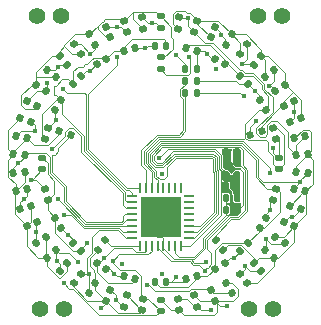
<source format=gbr>
%TF.GenerationSoftware,KiCad,Pcbnew,7.0.8*%
%TF.CreationDate,2023-10-16T01:10:26-04:00*%
%TF.ProjectId,watch,77617463-682e-46b6-9963-61645f706362,rev?*%
%TF.SameCoordinates,Original*%
%TF.FileFunction,Copper,L1,Top*%
%TF.FilePolarity,Positive*%
%FSLAX45Y45*%
G04 Gerber Fmt 4.5, Leading zero omitted, Abs format (unit mm)*
G04 Created by KiCad (PCBNEW 7.0.8) date 2023-10-16 01:10:26*
%MOMM*%
%LPD*%
G01*
G04 APERTURE LIST*
G04 Aperture macros list*
%AMRoundRect*
0 Rectangle with rounded corners*
0 $1 Rounding radius*
0 $2 $3 $4 $5 $6 $7 $8 $9 X,Y pos of 4 corners*
0 Add a 4 corners polygon primitive as box body*
4,1,4,$2,$3,$4,$5,$6,$7,$8,$9,$2,$3,0*
0 Add four circle primitives for the rounded corners*
1,1,$1+$1,$2,$3*
1,1,$1+$1,$4,$5*
1,1,$1+$1,$6,$7*
1,1,$1+$1,$8,$9*
0 Add four rect primitives between the rounded corners*
20,1,$1+$1,$2,$3,$4,$5,0*
20,1,$1+$1,$4,$5,$6,$7,0*
20,1,$1+$1,$6,$7,$8,$9,0*
20,1,$1+$1,$8,$9,$2,$3,0*%
%AMRotRect*
0 Rectangle, with rotation*
0 The origin of the aperture is its center*
0 $1 length*
0 $2 width*
0 $3 Rotation angle, in degrees counterclockwise*
0 Add horizontal line*
21,1,$1,$2,0,0,$3*%
%AMFreePoly0*
4,1,6,0.230000,0.054289,0.020711,-0.155000,-0.230000,-0.155000,-0.230000,0.155000,0.230000,0.155000,0.230000,0.054289,0.230000,0.054289,$1*%
%AMFreePoly1*
4,1,6,0.230000,-0.054289,0.230000,-0.155000,-0.230000,-0.155000,-0.230000,0.155000,0.020711,0.155000,0.230000,-0.054289,0.230000,-0.054289,$1*%
%AMFreePoly2*
4,1,6,0.230000,-0.155000,-0.230000,-0.155000,-0.230000,-0.054289,-0.020711,0.155000,0.230000,0.155000,0.230000,-0.155000,0.230000,-0.155000,$1*%
%AMFreePoly3*
4,1,6,0.230000,-0.155000,-0.020711,-0.155000,-0.230000,0.054289,-0.230000,0.155000,0.230000,0.155000,0.230000,-0.155000,0.230000,-0.155000,$1*%
G04 Aperture macros list end*
%TA.AperFunction,SMDPad,CuDef*%
%ADD10FreePoly0,270.000000*%
%TD*%
%TA.AperFunction,SMDPad,CuDef*%
%ADD11FreePoly1,270.000000*%
%TD*%
%TA.AperFunction,SMDPad,CuDef*%
%ADD12FreePoly2,270.000000*%
%TD*%
%TA.AperFunction,SMDPad,CuDef*%
%ADD13FreePoly3,270.000000*%
%TD*%
%TA.AperFunction,SMDPad,CuDef*%
%ADD14RotRect,0.580000X0.580000X315.000000*%
%TD*%
%TA.AperFunction,SMDPad,CuDef*%
%ADD15RoundRect,0.062500X0.062500X-0.375000X0.062500X0.375000X-0.062500X0.375000X-0.062500X-0.375000X0*%
%TD*%
%TA.AperFunction,SMDPad,CuDef*%
%ADD16RoundRect,0.062500X0.375000X-0.062500X0.375000X0.062500X-0.375000X0.062500X-0.375000X-0.062500X0*%
%TD*%
%TA.AperFunction,SMDPad,CuDef*%
%ADD17R,3.500000X3.500000*%
%TD*%
%TA.AperFunction,SMDPad,CuDef*%
%ADD18RoundRect,0.147500X0.147500X0.172500X-0.147500X0.172500X-0.147500X-0.172500X0.147500X-0.172500X0*%
%TD*%
%TA.AperFunction,SMDPad,CuDef*%
%ADD19RoundRect,0.140000X0.140000X0.170000X-0.140000X0.170000X-0.140000X-0.170000X0.140000X-0.170000X0*%
%TD*%
%TA.AperFunction,SMDPad,CuDef*%
%ADD20RoundRect,0.147500X-0.147500X-0.172500X0.147500X-0.172500X0.147500X0.172500X-0.147500X0.172500X0*%
%TD*%
%TA.AperFunction,SMDPad,CuDef*%
%ADD21RoundRect,0.147500X-0.187120X-0.128446X0.097828X-0.204798X0.187120X0.128446X-0.097828X0.204798X0*%
%TD*%
%TA.AperFunction,SMDPad,CuDef*%
%ADD22RoundRect,0.147500X-0.213989X-0.075639X0.041489X-0.223139X0.213989X0.075639X-0.041489X0.223139X0*%
%TD*%
%TA.AperFunction,SMDPad,CuDef*%
%ADD23RoundRect,0.147500X-0.226274X-0.017678X-0.017678X-0.226274X0.226274X0.017678X0.017678X0.226274X0*%
%TD*%
%TA.AperFunction,SMDPad,CuDef*%
%ADD24RoundRect,0.147500X-0.223139X0.041489X-0.075639X-0.213989X0.223139X-0.041489X0.075639X0.213989X0*%
%TD*%
%TA.AperFunction,SMDPad,CuDef*%
%ADD25RoundRect,0.147500X-0.204798X0.097828X-0.128446X-0.187120X0.204798X-0.097828X0.128446X0.187120X0*%
%TD*%
%TA.AperFunction,SMDPad,CuDef*%
%ADD26RoundRect,0.147500X-0.172500X0.147500X-0.172500X-0.147500X0.172500X-0.147500X0.172500X0.147500X0*%
%TD*%
%TA.AperFunction,SMDPad,CuDef*%
%ADD27RoundRect,0.147500X-0.128446X0.187120X-0.204798X-0.097828X0.128446X-0.187120X0.204798X0.097828X0*%
%TD*%
%TA.AperFunction,SMDPad,CuDef*%
%ADD28RoundRect,0.147500X-0.075639X0.213989X-0.223139X-0.041489X0.075639X-0.213989X0.223139X0.041489X0*%
%TD*%
%TA.AperFunction,SMDPad,CuDef*%
%ADD29RoundRect,0.147500X-0.017678X0.226274X-0.226274X0.017678X0.017678X-0.226274X0.226274X-0.017678X0*%
%TD*%
%TA.AperFunction,SMDPad,CuDef*%
%ADD30RoundRect,0.147500X0.041489X0.223139X-0.213989X0.075639X-0.041489X-0.223139X0.213989X-0.075639X0*%
%TD*%
%TA.AperFunction,SMDPad,CuDef*%
%ADD31RoundRect,0.147500X0.097828X0.204798X-0.187120X0.128446X-0.097828X-0.204798X0.187120X-0.128446X0*%
%TD*%
%TA.AperFunction,SMDPad,CuDef*%
%ADD32RoundRect,0.147500X0.187120X0.128446X-0.097828X0.204798X-0.187120X-0.128446X0.097828X-0.204798X0*%
%TD*%
%TA.AperFunction,SMDPad,CuDef*%
%ADD33RoundRect,0.147500X0.213989X0.075639X-0.041489X0.223139X-0.213989X-0.075639X0.041489X-0.223139X0*%
%TD*%
%TA.AperFunction,SMDPad,CuDef*%
%ADD34RoundRect,0.147500X0.226274X0.017678X0.017678X0.226274X-0.226274X-0.017678X-0.017678X-0.226274X0*%
%TD*%
%TA.AperFunction,SMDPad,CuDef*%
%ADD35RoundRect,0.147500X0.223139X-0.041489X0.075639X0.213989X-0.223139X0.041489X-0.075639X-0.213989X0*%
%TD*%
%TA.AperFunction,SMDPad,CuDef*%
%ADD36RoundRect,0.147500X0.204798X-0.097828X0.128446X0.187120X-0.204798X0.097828X-0.128446X-0.187120X0*%
%TD*%
%TA.AperFunction,SMDPad,CuDef*%
%ADD37RoundRect,0.147500X0.172500X-0.147500X0.172500X0.147500X-0.172500X0.147500X-0.172500X-0.147500X0*%
%TD*%
%TA.AperFunction,SMDPad,CuDef*%
%ADD38RoundRect,0.147500X0.128446X-0.187120X0.204798X0.097828X-0.128446X0.187120X-0.204798X-0.097828X0*%
%TD*%
%TA.AperFunction,SMDPad,CuDef*%
%ADD39RoundRect,0.147500X0.075639X-0.213989X0.223139X0.041489X-0.075639X0.213989X-0.223139X-0.041489X0*%
%TD*%
%TA.AperFunction,SMDPad,CuDef*%
%ADD40RoundRect,0.147500X0.017678X-0.226274X0.226274X-0.017678X-0.017678X0.226274X-0.226274X0.017678X0*%
%TD*%
%TA.AperFunction,SMDPad,CuDef*%
%ADD41RoundRect,0.147500X-0.041489X-0.223139X0.213989X-0.075639X0.041489X0.223139X-0.213989X0.075639X0*%
%TD*%
%TA.AperFunction,SMDPad,CuDef*%
%ADD42RoundRect,0.147500X-0.097828X-0.204798X0.187120X-0.128446X0.097828X0.204798X-0.187120X0.128446X0*%
%TD*%
%TA.AperFunction,SMDPad,CuDef*%
%ADD43RoundRect,0.135000X-0.135000X-0.185000X0.135000X-0.185000X0.135000X0.185000X-0.135000X0.185000X0*%
%TD*%
%TA.AperFunction,SMDPad,CuDef*%
%ADD44RoundRect,0.135000X0.071224X0.217663X-0.185561X0.134228X-0.071224X-0.217663X0.185561X-0.134228X0*%
%TD*%
%TA.AperFunction,SMDPad,CuDef*%
%ADD45RoundRect,0.135000X0.229019X-0.000477X0.070317X0.217958X-0.229019X0.000477X-0.070317X-0.217958X0*%
%TD*%
%TA.AperFunction,SMDPad,CuDef*%
%ADD46RoundRect,0.135000X0.070317X-0.217958X0.229019X0.000477X-0.070317X0.217958X-0.229019X-0.000477X0*%
%TD*%
%TA.AperFunction,SMDPad,CuDef*%
%ADD47RoundRect,0.135000X-0.185561X-0.134228X0.071224X-0.217663X0.185561X0.134228X-0.071224X0.217663X0*%
%TD*%
%TA.AperFunction,SMDPad,CuDef*%
%ADD48RoundRect,0.135000X-0.185000X0.135000X-0.185000X-0.135000X0.185000X-0.135000X0.185000X0.135000X0*%
%TD*%
%TA.AperFunction,SMDPad,CuDef*%
%ADD49RoundRect,0.147500X-0.226254X0.017937X-0.052857X-0.220723X0.226254X-0.017937X0.052857X0.220723X0*%
%TD*%
%TA.AperFunction,SMDPad,CuDef*%
%ADD50RoundRect,0.147500X-0.032108X-0.224681X0.216968X-0.066612X0.032108X0.224681X-0.216968X0.066612X0*%
%TD*%
%TA.AperFunction,SMDPad,CuDef*%
%ADD51RoundRect,0.147500X-0.060015X-0.218885X0.206909X-0.093280X0.060015X0.218885X-0.206909X0.093280X0*%
%TD*%
%TA.AperFunction,SMDPad,CuDef*%
%ADD52RoundRect,0.147500X-0.136378X-0.181421X0.158040X-0.162898X0.136378X0.181421X-0.158040X0.162898X0*%
%TD*%
%TA.AperFunction,SMDPad,CuDef*%
%ADD53RoundRect,0.147500X0.130399X-0.185765X0.203762X0.099967X-0.130399X0.185765X-0.203762X-0.099967X0*%
%TD*%
%TA.AperFunction,SMDPad,CuDef*%
%ADD54RoundRect,0.147500X-0.106088X0.200644X-0.214685X-0.073641X0.106088X-0.200644X0.214685X0.073641X0*%
%TD*%
%TA.AperFunction,SMDPad,CuDef*%
%ADD55RoundRect,0.147500X0.136378X0.181421X-0.158040X0.162898X-0.136378X-0.181421X0.158040X-0.162898X0*%
%TD*%
%TA.AperFunction,SMDPad,CuDef*%
%ADD56RoundRect,0.147500X0.203762X-0.099967X0.130399X0.185765X-0.203762X0.099967X-0.130399X-0.185765X0*%
%TD*%
%TA.AperFunction,SMDPad,CuDef*%
%ADD57RoundRect,0.147500X0.193586X0.118477X-0.086975X0.209637X-0.193586X-0.118477X0.086975X-0.209637X0*%
%TD*%
%TA.AperFunction,SMDPad,CuDef*%
%ADD58RoundRect,0.147500X-0.080104X0.212358X-0.222222X-0.046153X0.080104X-0.212358X0.222222X0.046153X0*%
%TD*%
%TA.AperFunction,SMDPad,CuDef*%
%ADD59RoundRect,0.147500X-0.086975X-0.209637X0.193586X-0.118477X0.086975X0.209637X-0.193586X0.118477X0*%
%TD*%
%TA.AperFunction,ComponentPad*%
%ADD60C,1.400000*%
%TD*%
%TA.AperFunction,SMDPad,CuDef*%
%ADD61RoundRect,0.147500X0.158040X0.162898X-0.136378X0.181421X-0.158040X-0.162898X0.136378X-0.181421X0*%
%TD*%
%TA.AperFunction,SMDPad,CuDef*%
%ADD62RoundRect,0.147500X0.152653X-0.167957X0.189626X0.124717X-0.152653X0.167957X-0.189626X-0.124717X0*%
%TD*%
%TA.AperFunction,SMDPad,CuDef*%
%ADD63RoundRect,0.147500X-0.226718X-0.010562X-0.024776X-0.225607X0.226718X0.010562X0.024776X0.225607X0*%
%TD*%
%TA.AperFunction,SMDPad,CuDef*%
%ADD64RoundRect,0.147500X0.177211X0.141806X-0.112564X0.197083X-0.177211X-0.141806X0.112564X-0.197083X0*%
%TD*%
%TA.AperFunction,SMDPad,CuDef*%
%ADD65RoundRect,0.147500X0.112564X0.197083X-0.177211X0.141806X-0.112564X-0.197083X0.177211X-0.141806X0*%
%TD*%
%TA.AperFunction,SMDPad,CuDef*%
%ADD66RoundRect,0.147500X0.003695X0.226934X-0.223606X0.038893X-0.003695X-0.226934X0.223606X-0.038893X0*%
%TD*%
%TA.AperFunction,SMDPad,CuDef*%
%ADD67RoundRect,0.147500X-0.189626X0.124717X-0.152653X-0.167957X0.189626X-0.124717X0.152653X0.167957X0*%
%TD*%
%TA.AperFunction,SMDPad,CuDef*%
%ADD68RoundRect,0.147500X0.222222X-0.046153X0.080104X0.212358X-0.222222X0.046153X-0.080104X-0.212358X0*%
%TD*%
%TA.AperFunction,SMDPad,CuDef*%
%ADD69RoundRect,0.147500X0.032108X0.224681X-0.216968X0.066612X-0.032108X-0.224681X0.216968X-0.066612X0*%
%TD*%
%TA.AperFunction,SMDPad,CuDef*%
%ADD70RoundRect,0.147500X-0.112564X-0.197083X0.177211X-0.141806X0.112564X0.197083X-0.177211X0.141806X0*%
%TD*%
%TA.AperFunction,SMDPad,CuDef*%
%ADD71RoundRect,0.147500X-0.003695X-0.226934X0.223606X-0.038893X0.003695X0.226934X-0.223606X0.038893X0*%
%TD*%
%TA.AperFunction,SMDPad,CuDef*%
%ADD72RoundRect,0.147500X-0.223606X-0.038893X0.003695X-0.226934X0.223606X0.038893X-0.003695X0.226934X0*%
%TD*%
%TA.AperFunction,SMDPad,CuDef*%
%ADD73RoundRect,0.147500X-0.177211X-0.141806X0.112564X-0.197083X0.177211X0.141806X-0.112564X0.197083X0*%
%TD*%
%TA.AperFunction,SMDPad,CuDef*%
%ADD74RoundRect,0.147500X0.223606X0.038893X-0.003695X0.226934X-0.223606X-0.038893X0.003695X-0.226934X0*%
%TD*%
%TA.AperFunction,SMDPad,CuDef*%
%ADD75RoundRect,0.147500X0.052857X-0.220723X0.226254X0.017937X-0.052857X0.220723X-0.226254X-0.017937X0*%
%TD*%
%TA.AperFunction,SMDPad,CuDef*%
%ADD76RoundRect,0.147500X-0.052857X0.220723X-0.226254X-0.017937X0.052857X-0.220723X0.226254X0.017937X0*%
%TD*%
%TA.AperFunction,SMDPad,CuDef*%
%ADD77RoundRect,0.147500X0.214685X-0.073641X0.106088X0.200644X-0.214685X0.073641X-0.106088X-0.200644X0*%
%TD*%
%TA.AperFunction,SMDPad,CuDef*%
%ADD78RoundRect,0.147500X-0.024776X0.225607X-0.226718X0.010562X0.024776X-0.225607X0.226718X-0.010562X0*%
%TD*%
%TA.AperFunction,SMDPad,CuDef*%
%ADD79RoundRect,0.147500X0.080104X-0.212358X0.222222X0.046153X-0.080104X0.212358X-0.222222X-0.046153X0*%
%TD*%
%TA.AperFunction,SMDPad,CuDef*%
%ADD80RoundRect,0.147500X0.060015X0.218885X-0.206909X0.093280X-0.060015X-0.218885X0.206909X-0.093280X0*%
%TD*%
%TA.AperFunction,SMDPad,CuDef*%
%ADD81RoundRect,0.147500X-0.222222X0.046153X-0.080104X-0.212358X0.222222X-0.046153X0.080104X0.212358X0*%
%TD*%
%TA.AperFunction,SMDPad,CuDef*%
%ADD82RoundRect,0.147500X-0.214685X0.073641X-0.106088X-0.200644X0.214685X-0.073641X0.106088X0.200644X0*%
%TD*%
%TA.AperFunction,SMDPad,CuDef*%
%ADD83RoundRect,0.147500X-0.193586X-0.118477X0.086975X-0.209637X0.193586X0.118477X-0.086975X0.209637X0*%
%TD*%
%TA.AperFunction,SMDPad,CuDef*%
%ADD84RoundRect,0.147500X-0.216968X-0.066612X0.032108X-0.224681X0.216968X0.066612X-0.032108X0.224681X0*%
%TD*%
%TA.AperFunction,SMDPad,CuDef*%
%ADD85RoundRect,0.147500X-0.158040X-0.162898X0.136378X-0.181421X0.158040X0.162898X-0.136378X0.181421X0*%
%TD*%
%TA.AperFunction,SMDPad,CuDef*%
%ADD86RoundRect,0.147500X0.086975X0.209637X-0.193586X0.118477X-0.086975X-0.209637X0.193586X-0.118477X0*%
%TD*%
%TA.AperFunction,SMDPad,CuDef*%
%ADD87RoundRect,0.147500X-0.152653X0.167957X-0.189626X-0.124717X0.152653X-0.167957X0.189626X0.124717X0*%
%TD*%
%TA.AperFunction,SMDPad,CuDef*%
%ADD88RoundRect,0.147500X0.206909X0.093280X-0.060015X0.218885X-0.206909X-0.093280X0.060015X-0.218885X0*%
%TD*%
%TA.AperFunction,SMDPad,CuDef*%
%ADD89RoundRect,0.147500X-0.203762X0.099967X-0.130399X-0.185765X0.203762X-0.099967X0.130399X0.185765X0*%
%TD*%
%TA.AperFunction,SMDPad,CuDef*%
%ADD90RoundRect,0.147500X0.216968X0.066612X-0.032108X0.224681X-0.216968X-0.066612X0.032108X-0.224681X0*%
%TD*%
%TA.AperFunction,SMDPad,CuDef*%
%ADD91RoundRect,0.147500X-0.130399X0.185765X-0.203762X-0.099967X0.130399X-0.185765X0.203762X0.099967X0*%
%TD*%
%TA.AperFunction,SMDPad,CuDef*%
%ADD92RoundRect,0.147500X0.226718X0.010562X0.024776X0.225607X-0.226718X-0.010562X-0.024776X-0.225607X0*%
%TD*%
%TA.AperFunction,SMDPad,CuDef*%
%ADD93RoundRect,0.147500X0.226254X-0.017937X0.052857X0.220723X-0.226254X0.017937X-0.052857X-0.220723X0*%
%TD*%
%TA.AperFunction,SMDPad,CuDef*%
%ADD94RoundRect,0.147500X0.106088X-0.200644X0.214685X0.073641X-0.106088X0.200644X-0.214685X-0.073641X0*%
%TD*%
%TA.AperFunction,SMDPad,CuDef*%
%ADD95RoundRect,0.147500X0.024776X-0.225607X0.226718X-0.010562X-0.024776X0.225607X-0.226718X0.010562X0*%
%TD*%
%TA.AperFunction,SMDPad,CuDef*%
%ADD96RoundRect,0.147500X0.189626X-0.124717X0.152653X0.167957X-0.189626X0.124717X-0.152653X-0.167957X0*%
%TD*%
%TA.AperFunction,SMDPad,CuDef*%
%ADD97RoundRect,0.147500X-0.206909X-0.093280X0.060015X-0.218885X0.206909X0.093280X-0.060015X0.218885X0*%
%TD*%
%TA.AperFunction,ViaPad*%
%ADD98C,0.400000*%
%TD*%
%TA.AperFunction,Conductor*%
%ADD99C,0.088900*%
%TD*%
%TA.AperFunction,Conductor*%
%ADD100C,0.200000*%
%TD*%
G04 APERTURE END LIST*
D10*
%TO.P,U2,1,V_{out}*%
%TO.N,VDD*%
X634500Y-5000D03*
D11*
%TO.P,U2,2,CASE*%
%TO.N,GND*%
X569500Y-5000D03*
D12*
%TO.P,U2,3,EN*%
%TO.N,+BATT*%
X569500Y-91000D03*
D13*
%TO.P,U2,4,V_{in}*%
X634500Y-91000D03*
D14*
%TO.P,U2,5,GND*%
%TO.N,GND*%
X602000Y-48000D03*
%TD*%
D15*
%TO.P,U1,1,PB9*%
%TO.N,/LED8*%
X-175000Y-693750D03*
%TO.P,U1,2,PC14*%
%TO.N,/LED15*%
X-125000Y-693750D03*
%TO.P,U1,3,PC15*%
%TO.N,/LED3*%
X-75000Y-693750D03*
%TO.P,U1,4,VDD*%
%TO.N,VDD*%
X-25000Y-693750D03*
%TO.P,U1,5,VSS*%
%TO.N,GND*%
X25000Y-693750D03*
%TO.P,U1,6,PF2*%
%TO.N,unconnected-(U1-PF2-Pad6)*%
X75000Y-693750D03*
%TO.P,U1,7,PA0*%
%TO.N,Net-(U1-PA0)*%
X125000Y-693750D03*
%TO.P,U1,8,PA1*%
%TO.N,/LED9*%
X175000Y-693750D03*
D16*
%TO.P,U1,9,PA2*%
%TO.N,/LED16*%
X243750Y-625000D03*
%TO.P,U1,10,PA3*%
%TO.N,/LED4*%
X243750Y-575000D03*
%TO.P,U1,11,PA4*%
%TO.N,/LED10*%
X243750Y-525000D03*
%TO.P,U1,12,PA5*%
%TO.N,unconnected-(U1-PA5-Pad12)*%
X243750Y-475000D03*
%TO.P,U1,13,PA6*%
%TO.N,unconnected-(U1-PA6-Pad13)*%
X243750Y-425000D03*
%TO.P,U1,14,PA7*%
%TO.N,unconnected-(U1-PA7-Pad14)*%
X243750Y-375000D03*
%TO.P,U1,15,PB0*%
%TO.N,unconnected-(U1-PB0-Pad15)*%
X243750Y-325000D03*
%TO.P,U1,16,PB1*%
%TO.N,unconnected-(U1-PB1-Pad16)*%
X243750Y-275000D03*
D15*
%TO.P,U1,17,PB2*%
%TO.N,unconnected-(U1-PB2-Pad17)*%
X175000Y-206250D03*
%TO.P,U1,18,PA8*%
%TO.N,unconnected-(U1-PA8-Pad18)*%
X125000Y-206250D03*
%TO.P,U1,19,PA9/NC*%
%TO.N,unconnected-(U1-PA9{slash}NC-Pad19)*%
X75000Y-206250D03*
%TO.P,U1,20,PC6*%
%TO.N,unconnected-(U1-PC6-Pad20)*%
X25000Y-206250D03*
%TO.P,U1,21,PA10/NC*%
%TO.N,/LED17*%
X-25000Y-206250D03*
%TO.P,U1,22,PA11/PA9*%
%TO.N,/LED11*%
X-75000Y-206250D03*
%TO.P,U1,23,PA12/PA10*%
%TO.N,/LED12*%
X-125000Y-206250D03*
%TO.P,U1,24,PA13*%
%TO.N,/SWDIO*%
X-175000Y-206250D03*
D16*
%TO.P,U1,25,PA14*%
%TO.N,/SWCLK*%
X-243750Y-275000D03*
%TO.P,U1,26,PA15*%
%TO.N,/LED14*%
X-243750Y-325000D03*
%TO.P,U1,27,PB3*%
%TO.N,/LED13*%
X-243750Y-375000D03*
%TO.P,U1,28,PB4*%
%TO.N,/LED7*%
X-243750Y-425000D03*
%TO.P,U1,29,PB5*%
%TO.N,/LED2*%
X-243750Y-475000D03*
%TO.P,U1,30,PB6*%
%TO.N,/LED6*%
X-243750Y-525000D03*
%TO.P,U1,31,PB7*%
%TO.N,/LED5*%
X-243750Y-575000D03*
%TO.P,U1,32,PB8*%
%TO.N,/LED1*%
X-243750Y-625000D03*
D17*
%TO.P,U1,33,VSS*%
%TO.N,GND*%
X0Y-450000D03*
%TD*%
D18*
%TO.P,R9,2*%
%TO.N,Net-(U1-PA0)*%
X553500Y-290000D03*
%TO.P,R9,1*%
%TO.N,+BATT*%
X650500Y-290000D03*
%TD*%
D19*
%TO.P,C1,2*%
%TO.N,GND*%
X554000Y-191000D03*
%TO.P,C1,1*%
%TO.N,+BATT*%
X650000Y-191000D03*
%TD*%
D20*
%TO.P,R10,2*%
%TO.N,GND*%
X650500Y-390000D03*
%TO.P,R10,1*%
%TO.N,Net-(U1-PA0)*%
X553500Y-390000D03*
%TD*%
D19*
%TO.P,C2,2*%
%TO.N,GND*%
X554000Y95000D03*
%TO.P,C2,1*%
%TO.N,VDD*%
X650000Y95000D03*
%TD*%
D21*
%TO.P,D74,1,K*%
%TO.N,/LED17*%
X211972Y978478D03*
%TO.P,D74,2,A*%
%TO.N,Net-(D55-K)*%
X305666Y953373D03*
%TD*%
D22*
%TO.P,D73,1,K*%
%TO.N,Net-(D55-K)*%
X457998Y890275D03*
%TO.P,D73,2,A*%
%TO.N,/LED17*%
X542002Y841775D03*
%TD*%
D23*
%TO.P,D72,1,K*%
%TO.N,/LED17*%
X672812Y741401D03*
%TO.P,D72,2,A*%
%TO.N,Net-(D53-K)*%
X741401Y672812D03*
%TD*%
D24*
%TO.P,D71,1,K*%
%TO.N,Net-(D53-K)*%
X841775Y542002D03*
%TO.P,D71,2,A*%
%TO.N,/LED17*%
X890275Y457998D03*
%TD*%
D25*
%TO.P,D70,1,K*%
%TO.N,/LED17*%
X953373Y305666D03*
%TO.P,D70,2,A*%
%TO.N,Net-(D51-K)*%
X978478Y211972D03*
%TD*%
D26*
%TO.P,D69,1,K*%
%TO.N,Net-(D51-K)*%
X1000000Y48500D03*
%TO.P,D69,2,A*%
%TO.N,/LED17*%
X1000000Y-48500D03*
%TD*%
D27*
%TO.P,D68,1,K*%
%TO.N,/LED16*%
X978478Y-211972D03*
%TO.P,D68,2,A*%
%TO.N,Net-(D55-K)*%
X953373Y-305666D03*
%TD*%
D28*
%TO.P,D67,1,K*%
%TO.N,Net-(D55-K)*%
X890275Y-457998D03*
%TO.P,D67,2,A*%
%TO.N,/LED16*%
X841775Y-542002D03*
%TD*%
D29*
%TO.P,D66,1,K*%
%TO.N,/LED16*%
X741401Y-672812D03*
%TO.P,D66,2,A*%
%TO.N,Net-(D53-K)*%
X672812Y-741401D03*
%TD*%
D30*
%TO.P,D65,1,K*%
%TO.N,Net-(D53-K)*%
X542002Y-841775D03*
%TO.P,D65,2,A*%
%TO.N,/LED16*%
X457998Y-890275D03*
%TD*%
D31*
%TO.P,D64,1,K*%
%TO.N,/LED16*%
X305666Y-953373D03*
%TO.P,D64,2,A*%
%TO.N,Net-(D51-K)*%
X211972Y-978478D03*
%TD*%
D18*
%TO.P,D63,1,K*%
%TO.N,Net-(D51-K)*%
X48500Y-1000000D03*
%TO.P,D63,2,A*%
%TO.N,/LED16*%
X-48500Y-1000000D03*
%TD*%
D32*
%TO.P,D62,1,K*%
%TO.N,/LED15*%
X-211972Y-978478D03*
%TO.P,D62,2,A*%
%TO.N,Net-(D55-K)*%
X-305666Y-953373D03*
%TD*%
D33*
%TO.P,D61,1,K*%
%TO.N,Net-(D55-K)*%
X-457998Y-890275D03*
%TO.P,D61,2,A*%
%TO.N,/LED15*%
X-542002Y-841775D03*
%TD*%
D34*
%TO.P,D60,1,K*%
%TO.N,/LED15*%
X-672812Y-741401D03*
%TO.P,D60,2,A*%
%TO.N,Net-(D53-K)*%
X-741401Y-672812D03*
%TD*%
D35*
%TO.P,D59,1,K*%
%TO.N,Net-(D53-K)*%
X-841775Y-542002D03*
%TO.P,D59,2,A*%
%TO.N,/LED15*%
X-890275Y-457998D03*
%TD*%
D36*
%TO.P,D58,1,K*%
%TO.N,/LED15*%
X-953373Y-305666D03*
%TO.P,D58,2,A*%
%TO.N,Net-(D51-K)*%
X-978478Y-211972D03*
%TD*%
D37*
%TO.P,D57,1,K*%
%TO.N,Net-(D51-K)*%
X-1000000Y-48500D03*
%TO.P,D57,2,A*%
%TO.N,/LED15*%
X-1000000Y48500D03*
%TD*%
D38*
%TO.P,D56,1,K*%
%TO.N,/LED14*%
X-978478Y211972D03*
%TO.P,D56,2,A*%
%TO.N,Net-(D55-K)*%
X-953373Y305666D03*
%TD*%
D39*
%TO.P,D55,1,K*%
%TO.N,Net-(D55-K)*%
X-890275Y457998D03*
%TO.P,D55,2,A*%
%TO.N,/LED14*%
X-841775Y542002D03*
%TD*%
D40*
%TO.P,D54,1,K*%
%TO.N,/LED14*%
X-741401Y672812D03*
%TO.P,D54,2,A*%
%TO.N,Net-(D53-K)*%
X-672812Y741401D03*
%TD*%
D41*
%TO.P,D53,1,K*%
%TO.N,Net-(D53-K)*%
X-542002Y841775D03*
%TO.P,D53,2,A*%
%TO.N,/LED14*%
X-457998Y890275D03*
%TD*%
D42*
%TO.P,D52,1,K*%
%TO.N,/LED14*%
X-305666Y953373D03*
%TO.P,D52,2,A*%
%TO.N,Net-(D51-K)*%
X-211972Y978478D03*
%TD*%
D43*
%TO.P,R8,1*%
%TO.N,/LED13*%
X209000Y800000D03*
%TO.P,R8,2*%
%TO.N,Net-(D55-K)*%
X311000Y800000D03*
%TD*%
%TO.P,R7,1*%
%TO.N,/LED12*%
X209000Y700000D03*
%TO.P,R7,2*%
%TO.N,Net-(D53-K)*%
X311000Y700000D03*
%TD*%
%TO.P,R6,1*%
%TO.N,/LED11*%
X209000Y600000D03*
%TO.P,R6,2*%
%TO.N,Net-(D51-K)*%
X311000Y600000D03*
%TD*%
D44*
%TO.P,R5,1*%
%TO.N,Net-(D41-A)*%
X856902Y278424D03*
%TO.P,R5,2*%
%TO.N,/LED10*%
X759894Y246904D03*
%TD*%
D45*
%TO.P,R4,1*%
%TO.N,Net-(D31-A)*%
X529595Y-728924D03*
%TO.P,R4,2*%
%TO.N,/LED9*%
X469640Y-646405D03*
%TD*%
D46*
%TO.P,R3,1*%
%TO.N,Net-(D21-A)*%
X-529595Y-728924D03*
%TO.P,R3,2*%
%TO.N,/LED8*%
X-469640Y-646405D03*
%TD*%
D47*
%TO.P,R2,1*%
%TO.N,Net-(D11-A)*%
X-856902Y278424D03*
%TO.P,R2,2*%
%TO.N,/LED7*%
X-759894Y246904D03*
%TD*%
D48*
%TO.P,R1,1*%
%TO.N,Net-(D1-A)*%
X0Y901000D03*
%TO.P,R1,2*%
%TO.N,/LED6*%
X0Y799000D03*
%TD*%
D20*
%TO.P,D51,1,K*%
%TO.N,Net-(D51-K)*%
X-48500Y1000000D03*
%TO.P,D51,2,A*%
%TO.N,/LED14*%
X48500Y1000000D03*
%TD*%
D49*
%TO.P,D31,1,K*%
%TO.N,/LED1*%
X676835Y-931583D03*
%TO.P,D31,2,A*%
%TO.N,Net-(D31-A)*%
X733850Y-1010058D03*
%TD*%
D50*
%TO.P,D43,1,K*%
%TO.N,/LED2*%
X972244Y617005D03*
%TO.P,D43,2,A*%
%TO.N,Net-(D41-A)*%
X1054143Y668980D03*
%TD*%
D51*
%TO.P,D42,1,K*%
%TO.N,Net-(D41-A)*%
X1041908Y490285D03*
%TO.P,D42,2,A*%
%TO.N,/LED1*%
X1129677Y531585D03*
%TD*%
D52*
%TO.P,D39,1,K*%
%TO.N,/LED5*%
X1149228Y72303D03*
%TO.P,D39,2,A*%
%TO.N,Net-(D31-A)*%
X1246036Y78394D03*
%TD*%
D26*
%TO.P,D26,1,K*%
%TO.N,Net-(D21-A)*%
X0Y-1151500D03*
%TO.P,D26,2,A*%
%TO.N,/LED3*%
X0Y-1248500D03*
%TD*%
D53*
%TO.P,D49,1,K*%
%TO.N,/LED5*%
X286366Y1115324D03*
%TO.P,D49,2,A*%
%TO.N,Net-(D41-A)*%
X310489Y1209276D03*
%TD*%
D54*
%TO.P,D23,1,K*%
%TO.N,/LED2*%
X-423895Y-1070638D03*
%TO.P,D23,2,A*%
%TO.N,Net-(D21-A)*%
X-459603Y-1160826D03*
%TD*%
D55*
%TO.P,D14,1,K*%
%TO.N,Net-(D11-A)*%
X-1149228Y-72303D03*
%TO.P,D14,2,A*%
%TO.N,/LED2*%
X-1246036Y-78394D03*
%TD*%
D56*
%TO.P,D3,1,K*%
%TO.N,/LED2*%
X-286366Y1115324D03*
%TO.P,D3,2,A*%
%TO.N,Net-(D1-A)*%
X-310489Y1209276D03*
%TD*%
D57*
%TO.P,D11,1,K*%
%TO.N,/LED1*%
X-1095142Y355833D03*
%TO.P,D11,2,A*%
%TO.N,Net-(D11-A)*%
X-1187394Y385808D03*
%TD*%
D58*
%TO.P,D22,1,K*%
%TO.N,Net-(D21-A)*%
X-554739Y-1009067D03*
%TO.P,D22,2,A*%
%TO.N,/LED1*%
X-601470Y-1094069D03*
%TD*%
D59*
%TO.P,D41,1,K*%
%TO.N,/LED1*%
X1095142Y355833D03*
%TO.P,D41,2,A*%
%TO.N,Net-(D41-A)*%
X1187394Y385808D03*
%TD*%
D60*
%TO.P,TP2,1,1*%
%TO.N,GND*%
X750000Y-1230000D03*
%TO.P,TP2,2,2*%
%TO.N,+BATT*%
X950000Y-1230000D03*
%TD*%
D61*
%TO.P,D13,1,K*%
%TO.N,/LED2*%
X-1149228Y72303D03*
%TO.P,D13,2,A*%
%TO.N,Net-(D11-A)*%
X-1246036Y78394D03*
%TD*%
D62*
%TO.P,D50,1,K*%
%TO.N,Net-(D41-A)*%
X144321Y1142420D03*
%TO.P,D50,2,A*%
%TO.N,/LED5*%
X156479Y1238655D03*
%TD*%
D63*
%TO.P,D32,1,K*%
%TO.N,Net-(D31-A)*%
X788256Y-839407D03*
%TO.P,D32,2,A*%
%TO.N,/LED1*%
X854657Y-910117D03*
%TD*%
D64*
%TO.P,D12,1,K*%
%TO.N,Net-(D11-A)*%
X-1131104Y215770D03*
%TO.P,D12,2,A*%
%TO.N,/LED1*%
X-1226386Y233946D03*
%TD*%
D65*
%TO.P,D15,1,K*%
%TO.N,/LED3*%
X-1131104Y-215770D03*
%TO.P,D15,2,A*%
%TO.N,Net-(D11-A)*%
X-1226386Y-233946D03*
%TD*%
D66*
%TO.P,D19,1,K*%
%TO.N,/LED5*%
X-887246Y-733994D03*
%TO.P,D19,2,A*%
%TO.N,Net-(D11-A)*%
X-961986Y-795824D03*
%TD*%
D67*
%TO.P,D27,1,K*%
%TO.N,/LED4*%
X144321Y-1142420D03*
%TO.P,D27,2,A*%
%TO.N,Net-(D21-A)*%
X156479Y-1238655D03*
%TD*%
D60*
%TO.P,TP4,1,1*%
%TO.N,GND*%
X829000Y1247000D03*
%TO.P,TP4,2,2*%
%TO.N,VDD*%
X1029000Y1247000D03*
%TD*%
D68*
%TO.P,D5,1,K*%
%TO.N,/LED3*%
X-554739Y1009067D03*
%TO.P,D5,2,A*%
%TO.N,Net-(D1-A)*%
X-601470Y1094069D03*
%TD*%
D69*
%TO.P,D18,1,K*%
%TO.N,Net-(D11-A)*%
X-972244Y-617005D03*
%TO.P,D18,2,A*%
%TO.N,/LED4*%
X-1054143Y-668980D03*
%TD*%
D70*
%TO.P,D40,1,K*%
%TO.N,Net-(D31-A)*%
X1131104Y215770D03*
%TO.P,D40,2,A*%
%TO.N,/LED5*%
X1226386Y233946D03*
%TD*%
D71*
%TO.P,D44,1,K*%
%TO.N,Net-(D41-A)*%
X887246Y733994D03*
%TO.P,D44,2,A*%
%TO.N,/LED2*%
X961986Y795824D03*
%TD*%
D72*
%TO.P,D33,1,K*%
%TO.N,/LED2*%
X887246Y-733994D03*
%TO.P,D33,2,A*%
%TO.N,Net-(D31-A)*%
X961986Y-795824D03*
%TD*%
D73*
%TO.P,D37,1,K*%
%TO.N,/LED4*%
X1131104Y-215770D03*
%TO.P,D37,2,A*%
%TO.N,Net-(D31-A)*%
X1226386Y-233946D03*
%TD*%
D74*
%TO.P,D8,1,K*%
%TO.N,Net-(D1-A)*%
X-887246Y733994D03*
%TO.P,D8,2,A*%
%TO.N,/LED4*%
X-961986Y795824D03*
%TD*%
D75*
%TO.P,D46,1,K*%
%TO.N,Net-(D41-A)*%
X676835Y931583D03*
%TO.P,D46,2,A*%
%TO.N,/LED3*%
X733850Y1010058D03*
%TD*%
D76*
%TO.P,D21,1,K*%
%TO.N,/LED1*%
X-676835Y-931583D03*
%TO.P,D21,2,A*%
%TO.N,Net-(D21-A)*%
X-733850Y-1010058D03*
%TD*%
D77*
%TO.P,D4,1,K*%
%TO.N,Net-(D1-A)*%
X-423895Y1070638D03*
%TO.P,D4,2,A*%
%TO.N,/LED2*%
X-459603Y1160826D03*
%TD*%
D78*
%TO.P,D20,1,K*%
%TO.N,Net-(D11-A)*%
X-788256Y-839407D03*
%TO.P,D20,2,A*%
%TO.N,/LED5*%
X-854657Y-910117D03*
%TD*%
D79*
%TO.P,D47,1,K*%
%TO.N,/LED4*%
X554739Y1009067D03*
%TO.P,D47,2,A*%
%TO.N,Net-(D41-A)*%
X601470Y1094069D03*
%TD*%
D37*
%TO.P,D1,1,K*%
%TO.N,/LED1*%
X0Y1151500D03*
%TO.P,D1,2,A*%
%TO.N,Net-(D1-A)*%
X0Y1248500D03*
%TD*%
D60*
%TO.P,TP1,1,1*%
%TO.N,/coil_{+}*%
X-1020000Y-1230000D03*
%TO.P,TP1,2,2*%
X-820000Y-1230000D03*
%TD*%
D80*
%TO.P,D17,1,K*%
%TO.N,/LED4*%
X-1041908Y-490285D03*
%TO.P,D17,2,A*%
%TO.N,Net-(D11-A)*%
X-1129677Y-531585D03*
%TD*%
D81*
%TO.P,D30,1,K*%
%TO.N,Net-(D21-A)*%
X554739Y-1009067D03*
%TO.P,D30,2,A*%
%TO.N,/LED5*%
X601470Y-1094069D03*
%TD*%
D82*
%TO.P,D29,1,K*%
%TO.N,/LED5*%
X423895Y-1070638D03*
%TO.P,D29,2,A*%
%TO.N,Net-(D21-A)*%
X459603Y-1160826D03*
%TD*%
D83*
%TO.P,D36,1,K*%
%TO.N,Net-(D31-A)*%
X1095142Y-355833D03*
%TO.P,D36,2,A*%
%TO.N,/LED3*%
X1187394Y-385808D03*
%TD*%
D60*
%TO.P,TP3,1,1*%
%TO.N,/SWCLK*%
X-1044000Y1251000D03*
%TO.P,TP3,2,2*%
%TO.N,/SWDIO*%
X-844000Y1251000D03*
%TD*%
D84*
%TO.P,D34,1,K*%
%TO.N,Net-(D31-A)*%
X972244Y-617005D03*
%TO.P,D34,2,A*%
%TO.N,/LED2*%
X1054143Y-668980D03*
%TD*%
D85*
%TO.P,D38,1,K*%
%TO.N,Net-(D31-A)*%
X1149228Y-72303D03*
%TO.P,D38,2,A*%
%TO.N,/LED4*%
X1246036Y-78394D03*
%TD*%
D86*
%TO.P,D16,1,K*%
%TO.N,Net-(D11-A)*%
X-1095142Y-355833D03*
%TO.P,D16,2,A*%
%TO.N,/LED3*%
X-1187394Y-385808D03*
%TD*%
D87*
%TO.P,D25,1,K*%
%TO.N,/LED3*%
X-144321Y-1142420D03*
%TO.P,D25,2,A*%
%TO.N,Net-(D21-A)*%
X-156479Y-1238655D03*
%TD*%
D88*
%TO.P,D10,1,K*%
%TO.N,Net-(D1-A)*%
X-1041908Y490285D03*
%TO.P,D10,2,A*%
%TO.N,/LED5*%
X-1129677Y531585D03*
%TD*%
D89*
%TO.P,D28,1,K*%
%TO.N,Net-(D21-A)*%
X286366Y-1115324D03*
%TO.P,D28,2,A*%
%TO.N,/LED4*%
X310489Y-1209276D03*
%TD*%
D90*
%TO.P,D9,1,K*%
%TO.N,/LED5*%
X-972244Y617005D03*
%TO.P,D9,2,A*%
%TO.N,Net-(D1-A)*%
X-1054143Y668980D03*
%TD*%
D91*
%TO.P,D24,1,K*%
%TO.N,Net-(D21-A)*%
X-286366Y-1115324D03*
%TO.P,D24,2,A*%
%TO.N,/LED2*%
X-310489Y-1209276D03*
%TD*%
D92*
%TO.P,D7,1,K*%
%TO.N,/LED4*%
X-788256Y839407D03*
%TO.P,D7,2,A*%
%TO.N,Net-(D1-A)*%
X-854657Y910117D03*
%TD*%
D93*
%TO.P,D6,1,K*%
%TO.N,Net-(D1-A)*%
X-676835Y931583D03*
%TO.P,D6,2,A*%
%TO.N,/LED3*%
X-733850Y1010058D03*
%TD*%
D94*
%TO.P,D48,1,K*%
%TO.N,Net-(D41-A)*%
X423895Y1070638D03*
%TO.P,D48,2,A*%
%TO.N,/LED4*%
X459603Y1160826D03*
%TD*%
D95*
%TO.P,D45,1,K*%
%TO.N,/LED3*%
X788256Y839407D03*
%TO.P,D45,2,A*%
%TO.N,Net-(D41-A)*%
X854657Y910117D03*
%TD*%
D96*
%TO.P,D2,1,K*%
%TO.N,Net-(D1-A)*%
X-144321Y1142420D03*
%TO.P,D2,2,A*%
%TO.N,/LED1*%
X-156479Y1238655D03*
%TD*%
D97*
%TO.P,D35,1,K*%
%TO.N,/LED3*%
X1041908Y-490285D03*
%TO.P,D35,2,A*%
%TO.N,Net-(D31-A)*%
X1129677Y-531585D03*
%TD*%
D98*
%TO.N,GND*%
X382000Y-834000D03*
%TO.N,/LED6*%
X-866000Y-303000D03*
X238000Y903000D03*
%TO.N,/LED13*%
X130000Y920000D03*
X-915000Y122000D03*
%TO.N,/LED5*%
X-818000Y-434000D03*
%TO.N,VDD*%
X375000Y-905000D03*
X470000Y800000D03*
%TO.N,+BATT*%
X-10000Y50000D03*
%TO.N,/LED10*%
X810000Y365000D03*
X930000Y-80000D03*
%TO.N,Net-(D51-K)*%
X705000Y570000D03*
X-1097000Y-136000D03*
X955000Y130000D03*
X132500Y-955000D03*
X-128478Y978478D03*
%TO.N,Net-(D53-K)*%
X-600000Y785000D03*
X-780000Y-600000D03*
X620000Y-797500D03*
X797107Y617107D03*
%TO.N,Net-(D55-K)*%
X-887500Y370000D03*
X395000Y932500D03*
X-390000Y-930000D03*
X930000Y-390000D03*
%TO.N,/LED15*%
X-625000Y-675000D03*
X-475000Y-795000D03*
%TO.N,/LED1*%
X-605000Y-932500D03*
X-72500Y1190000D03*
X715000Y-865000D03*
X1129677Y440000D03*
X-1063000Y280000D03*
%TO.N,/LED2*%
X920000Y655000D03*
X890000Y-635000D03*
X-380000Y-1150000D03*
X-1202500Y7500D03*
X-370000Y1160826D03*
%TO.N,/LED3*%
X687500Y842500D03*
X-1160000Y-300000D03*
X-595000Y930000D03*
X-821000Y-1012000D03*
X1110000Y-447500D03*
X-402290Y-820000D03*
%TO.N,/LED4*%
X1185000Y-152500D03*
X430000Y-1240000D03*
X512500Y1092500D03*
X-1054143Y-580000D03*
X-870000Y822500D03*
%TO.N,/LED5*%
X-695000Y-835000D03*
X-875000Y-825000D03*
X-117500Y-1030000D03*
X232500Y1230000D03*
X-960000Y685000D03*
%TO.N,Net-(D21-A)*%
X-501000Y-1218000D03*
X559000Y-1208000D03*
%TO.N,+BATT*%
X-329000Y-852000D03*
%TO.N,/SWDIO*%
X-372000Y900000D03*
%TO.N,/coil_{+}*%
X10000Y-88543D03*
X10000Y-930000D03*
%TO.N,/SWCLK*%
X-826000Y636000D03*
%TD*%
D99*
%TO.N,/LED3*%
X-402290Y-820000D02*
X-350905Y-768615D01*
X-75000Y-737500D02*
X-75000Y-693750D01*
X-350905Y-768615D02*
X-106115Y-768615D01*
X-106115Y-768615D02*
X-75000Y-737500D01*
%TO.N,/LED15*%
X-125000Y-693750D02*
X-125000Y-740000D01*
X-125000Y-740000D02*
X-135835Y-750835D01*
X-135835Y-750835D02*
X-204165Y-750835D01*
X-243470Y-711530D02*
X-391530Y-711530D01*
X-204165Y-750835D02*
X-243470Y-711530D01*
X-391530Y-711530D02*
X-475000Y-795000D01*
%TO.N,/LED9*%
X-54845Y31424D02*
X-54845Y69155D01*
X-28575Y5155D02*
X-54845Y31424D01*
X8576Y5155D02*
X-28575Y5155D01*
X107195Y103775D02*
X8576Y5155D01*
X494885Y63260D02*
X454370Y103775D01*
X-54845Y69155D02*
X15335Y139335D01*
X697000Y117658D02*
X697000Y-10855D01*
X454370Y103775D02*
X107195Y103775D01*
X666468Y-470895D02*
X599250Y-470895D01*
X494885Y-41530D02*
X494885Y63260D01*
X508000Y-54645D02*
X494885Y-41530D01*
X508000Y-432197D02*
X508000Y-54645D01*
X15335Y139335D02*
X675323Y139335D01*
X697000Y-10855D02*
X736000Y-49855D01*
X246447Y-693750D02*
X508000Y-432197D01*
X175000Y-693750D02*
X246447Y-693750D01*
X736000Y-49855D02*
X736000Y-401363D01*
X675323Y139335D02*
X697000Y117658D01*
X736000Y-401363D02*
X666468Y-470895D01*
X599250Y-470895D02*
X469640Y-600504D01*
X469640Y-600504D02*
X469640Y-646405D01*
%TO.N,/LED16*%
X841775Y-542002D02*
X841775Y-565831D01*
X841775Y-565831D02*
X741401Y-666205D01*
X741401Y-666205D02*
X741401Y-672812D01*
%TO.N,VDD*%
X375000Y-905000D02*
X375000Y-889000D01*
X375000Y-889000D02*
X385155Y-878845D01*
X659103Y-453115D02*
X718220Y-393998D01*
X385155Y-878845D02*
X400575Y-878845D01*
X400575Y-878845D02*
X426845Y-852575D01*
X666000Y-5000D02*
X634500Y-5000D01*
X426845Y-852575D02*
X426845Y-756014D01*
X426845Y-756014D02*
X395560Y-724729D01*
X395560Y-724729D02*
X395560Y-649440D01*
X395560Y-649440D02*
X591885Y-453115D01*
X591885Y-453115D02*
X659103Y-453115D01*
X718220Y-393998D02*
X718220Y-57220D01*
X718220Y-57220D02*
X666000Y-5000D01*
X375000Y-905000D02*
X324780Y-854780D01*
X-25000Y-715197D02*
X-25000Y-673750D01*
X324780Y-854780D02*
X278635Y-854780D01*
X278635Y-854780D02*
X251635Y-827780D01*
X251635Y-827780D02*
X87583Y-827780D01*
X87583Y-827780D02*
X-25000Y-715197D01*
%TO.N,/LED3*%
X-165301Y-977000D02*
X-165301Y-987000D01*
X-165301Y-977000D02*
X-165301Y-954053D01*
X-165301Y-954053D02*
X-219354Y-900000D01*
X-219354Y-900000D02*
X-344421Y-900000D01*
X-344421Y-900000D02*
X-402290Y-842131D01*
X-402290Y-842131D02*
X-402290Y-820000D01*
X-165301Y-987000D02*
X-165301Y-1121440D01*
X-165301Y-1121440D02*
X-144321Y-1142420D01*
%TO.N,/LED2*%
X-243750Y-475000D02*
X-290053Y-475000D01*
X-290053Y-475000D02*
X-322273Y-507220D01*
X-973782Y94000D02*
X-1127531Y94000D01*
X-322273Y-507220D02*
X-636635Y-507220D01*
X-636635Y-507220D02*
X-821155Y-322700D01*
X-821155Y-196700D02*
X-936885Y-80970D01*
X-821155Y-322700D02*
X-821155Y-196700D01*
X-1127531Y94000D02*
X-1149228Y72303D01*
X-936885Y-80970D02*
X-936885Y57103D01*
X-936885Y57103D02*
X-973782Y94000D01*
%TO.N,/LED7*%
X-316000Y-475803D02*
X-316000Y-442000D01*
X-803375Y-189335D02*
X-803375Y-315335D01*
X-629270Y-489440D02*
X-329637Y-489440D01*
X-329637Y-489440D02*
X-316000Y-475803D01*
X-803375Y-315335D02*
X-629270Y-489440D01*
X-919000Y-52000D02*
X-919000Y-73710D01*
X-919000Y-73710D02*
X-803375Y-189335D01*
X-896424Y77155D02*
X-919105Y77155D01*
X-919105Y77155D02*
X-919105Y-51895D01*
X-870155Y103424D02*
X-896424Y77155D01*
X-870155Y136644D02*
X-870155Y103424D01*
X-919105Y-51895D02*
X-919000Y-52000D01*
X-759894Y246904D02*
X-870155Y136644D01*
X-316000Y-442000D02*
X-299000Y-425000D01*
X-299000Y-425000D02*
X-243750Y-425000D01*
%TO.N,/LED5*%
X-818000Y-434000D02*
X-760145Y-434000D01*
X-760145Y-434000D02*
X-651365Y-542780D01*
X-651365Y-542780D02*
X-353220Y-542780D01*
X-321000Y-575000D02*
X-243750Y-575000D01*
X-353220Y-542780D02*
X-321000Y-575000D01*
%TO.N,/SWCLK*%
X-243750Y-275000D02*
X-243750Y-248250D01*
X-243750Y-248250D02*
X-267970Y-224030D01*
X-267970Y-224030D02*
X-294720Y-224030D01*
X-294720Y-224030D02*
X-634000Y115250D01*
X-646000Y601000D02*
X-791000Y601000D01*
X-634000Y115250D02*
X-634000Y589000D01*
X-634000Y589000D02*
X-646000Y601000D01*
X-791000Y601000D02*
X-826000Y636000D01*
%TO.N,/LED14*%
X-841775Y542002D02*
X-835000Y535227D01*
X-651780Y107885D02*
X-300835Y-243060D01*
X-835000Y535227D02*
X-835000Y421145D01*
X-835000Y421145D02*
X-651780Y237925D01*
X-651780Y237925D02*
X-651780Y107885D01*
X-300835Y-243060D02*
X-300835Y-311165D01*
X-300835Y-311165D02*
X-287000Y-325000D01*
X-287000Y-325000D02*
X-243750Y-325000D01*
%TO.N,/LED13*%
X-243750Y-375000D02*
X-291000Y-375000D01*
X-291000Y-375000D02*
X-318615Y-347385D01*
X-739000Y300000D02*
X-773579Y300000D01*
X-318615Y-347385D02*
X-318615Y-250425D01*
X-318615Y-250425D02*
X-669560Y100520D01*
X-669560Y230560D02*
X-739000Y300000D01*
X-669560Y100520D02*
X-669560Y230560D01*
X-773579Y300000D02*
X-805244Y268335D01*
X-805244Y268335D02*
X-805244Y231756D01*
X-805244Y231756D02*
X-915000Y122000D01*
%TO.N,/SWDIO*%
X-372000Y900000D02*
X-372000Y836000D01*
X-372000Y836000D02*
X-616220Y591780D01*
X-287355Y-206250D02*
X-175000Y-206250D01*
X-616220Y591780D02*
X-616220Y122615D01*
X-616220Y122615D02*
X-287355Y-206250D01*
%TO.N,/LED6*%
X0Y799000D02*
X46000Y753000D01*
X46000Y753000D02*
X232000Y753000D01*
X232000Y753000D02*
X249335Y770335D01*
X249335Y770335D02*
X249335Y891665D01*
X249335Y891665D02*
X238000Y903000D01*
%TO.N,/LED12*%
X209000Y700000D02*
X209000Y669950D01*
X156015Y246015D02*
X-28853Y246015D01*
X209000Y669950D02*
X168665Y629615D01*
X168665Y629615D02*
X168665Y570385D01*
X168665Y570385D02*
X191220Y547830D01*
X191220Y547830D02*
X191220Y281220D01*
X191220Y281220D02*
X156015Y246015D01*
X-28853Y246015D02*
X-161525Y113344D01*
X-161525Y113344D02*
X-161525Y-12764D01*
X-161525Y-12764D02*
X-125000Y-49289D01*
X-125000Y-49289D02*
X-125000Y-206250D01*
%TO.N,/LED11*%
X-75000Y-206250D02*
X-75000Y-74144D01*
X-75000Y-74144D02*
X-143745Y-5399D01*
X-143745Y-5399D02*
X-143745Y105979D01*
X-143745Y105979D02*
X-21489Y228235D01*
X-21489Y228235D02*
X163380Y228235D01*
X163380Y228235D02*
X209000Y273855D01*
X209000Y273855D02*
X209000Y600000D01*
%TO.N,/LED17*%
X714545Y225474D02*
X714545Y220218D01*
X714545Y220218D02*
X704782Y210455D01*
X704782Y210455D02*
X-14124Y210455D01*
X-52625Y-114483D02*
X-25000Y-142109D01*
X-14124Y210455D02*
X-125965Y98614D01*
X-125965Y98614D02*
X-125965Y1966D01*
X-125965Y1966D02*
X-52625Y-71374D01*
X-52625Y-71374D02*
X-52625Y-114483D01*
X-25000Y-142109D02*
X-25000Y-206250D01*
%TO.N,/LED10*%
X28575Y-133388D02*
X54845Y-107119D01*
X-34845Y-107119D02*
X-8576Y-133388D01*
X454660Y-407550D02*
X337210Y-525000D01*
X-8576Y-133388D02*
X28575Y-133388D01*
X54845Y-107119D02*
X54845Y-26155D01*
X337210Y-525000D02*
X243750Y-525000D01*
X-34845Y-64010D02*
X-34845Y-107119D01*
X131435Y50435D02*
X432275Y50435D01*
X-108185Y9330D02*
X-34845Y-64010D01*
X-108185Y91249D02*
X-108185Y9330D01*
X54845Y-26155D02*
X131435Y50435D01*
X-6759Y192675D02*
X-108185Y91249D01*
X930000Y-39908D02*
X697417Y192675D01*
X441545Y41165D02*
X441545Y-63624D01*
X697417Y192675D02*
X-6759Y192675D01*
X930000Y-80000D02*
X930000Y-39908D01*
X432275Y50435D02*
X441545Y41165D01*
X441545Y-63624D02*
X454660Y-76739D01*
X454660Y-76739D02*
X454660Y-407550D01*
%TO.N,/LED4*%
X606Y174895D02*
X690052Y174895D01*
X823675Y41272D02*
X823675Y-108530D01*
X-90405Y83885D02*
X606Y174895D01*
X-90405Y16695D02*
X-90405Y83885D01*
X23305Y-30405D02*
X-43305Y-30405D01*
X-43305Y-30405D02*
X-90405Y16695D01*
X690052Y174895D02*
X823675Y41272D01*
X121925Y68215D02*
X23305Y-30405D01*
X823675Y-108530D02*
X867645Y-152500D01*
X439640Y68215D02*
X121925Y68215D01*
X459325Y48530D02*
X439640Y68215D01*
X459325Y-56259D02*
X459325Y48530D01*
X472440Y-69374D02*
X459325Y-56259D01*
X312355Y-575000D02*
X472440Y-414915D01*
X472440Y-414915D02*
X472440Y-69374D01*
X243750Y-575000D02*
X312355Y-575000D01*
X867645Y-152500D02*
X1185000Y-152500D01*
%TO.N,+BATT*%
X-10000Y50000D02*
X61555Y121555D01*
X61555Y121555D02*
X461734Y121555D01*
X461734Y121555D02*
X512665Y70625D01*
X512665Y70625D02*
X512665Y-34165D01*
X512665Y-34165D02*
X569500Y-91000D01*
%TO.N,/LED16*%
X7970Y157115D02*
X682687Y157115D01*
X-72625Y76520D02*
X7970Y157115D01*
X-72625Y24060D02*
X-72625Y76520D01*
X-35940Y-12625D02*
X-72625Y24060D01*
X15940Y-12625D02*
X-35940Y-12625D01*
X447005Y85995D02*
X114560Y85995D01*
X114560Y85995D02*
X15940Y-12625D01*
X477105Y55895D02*
X447005Y85995D01*
X477105Y-48894D02*
X477105Y55895D01*
X490220Y-62009D02*
X477105Y-48894D01*
X490220Y-422280D02*
X490220Y-62009D01*
X287500Y-625000D02*
X490220Y-422280D01*
X243750Y-625000D02*
X287500Y-625000D01*
X682687Y157115D02*
X805895Y33907D01*
X805895Y33907D02*
X805895Y-115895D01*
X805895Y-115895D02*
X901972Y-211972D01*
X901972Y-211972D02*
X978478Y-211972D01*
%TO.N,GND*%
X602000Y-48000D02*
X670000Y-48000D01*
X670000Y-48000D02*
X695000Y-73000D01*
X695000Y-73000D02*
X695000Y-345500D01*
X695000Y-345500D02*
X650500Y-390000D01*
X286000Y-837000D02*
X382000Y-837000D01*
X259000Y-810000D02*
X286000Y-837000D01*
X117500Y-810000D02*
X259000Y-810000D01*
X259000Y-810000D02*
X285145Y-810000D01*
%TO.N,/LED3*%
X-402290Y-820000D02*
X-402290Y-842131D01*
%TO.N,/LED1*%
X-243750Y-625000D02*
X-296145Y-625000D01*
X-296145Y-625000D02*
X-360585Y-560560D01*
X-517560Y-560560D02*
X-580000Y-623000D01*
X-360585Y-560560D02*
X-517560Y-560560D01*
X-620000Y-794185D02*
X-620000Y-917500D01*
X-580000Y-623000D02*
X-580000Y-754185D01*
X-580000Y-754185D02*
X-620000Y-794185D01*
X-620000Y-917500D02*
X-605000Y-932500D01*
%TO.N,/LED15*%
X-953373Y-305666D02*
X-900155Y-252448D01*
X-900155Y-252448D02*
X-900155Y-142845D01*
X-900155Y-142845D02*
X-954665Y-88335D01*
X-954665Y-88335D02*
X-954665Y3165D01*
X-954665Y3165D02*
X-1000000Y48500D01*
%TO.N,/LED6*%
X-243750Y-525000D02*
X-644000Y-525000D01*
X-644000Y-525000D02*
X-866000Y-303000D01*
%TO.N,/LED13*%
X130000Y920000D02*
X209000Y841000D01*
X209000Y841000D02*
X209000Y800000D01*
%TO.N,/LED5*%
X-246530Y-572220D02*
X-243750Y-575000D01*
%TO.N,/LED17*%
X714545Y225474D02*
X718509Y221509D01*
X718509Y221509D02*
X741673Y198345D01*
%TO.N,GND*%
X653000Y-390000D02*
X596335Y-333335D01*
X596335Y-333335D02*
X596335Y-233335D01*
X596335Y-233335D02*
X554000Y-191000D01*
X377780Y-637220D02*
X515000Y-500000D01*
X515000Y-500000D02*
X515218Y-500000D01*
X515218Y-500000D02*
X596335Y-418883D01*
X596335Y-418883D02*
X596335Y-383000D01*
X0Y-430000D02*
X-30000Y-460000D01*
X25000Y-630000D02*
X25000Y-717500D01*
X377780Y-717365D02*
X377780Y-637220D01*
X-30000Y-460000D02*
X-30000Y-616665D01*
X25000Y-717500D02*
X117500Y-810000D01*
X-30000Y-616665D02*
X11665Y-616665D01*
X11665Y-616665D02*
X25000Y-630000D01*
X285145Y-810000D02*
X377780Y-717365D01*
X596335Y-418883D02*
X596335Y-290000D01*
%TO.N,Net-(U1-PA0)*%
X125000Y-693750D02*
X125000Y-755000D01*
X280000Y-790000D02*
X360000Y-710000D01*
X360000Y-710000D02*
X360000Y-625270D01*
X125000Y-755000D02*
X160000Y-790000D01*
X160000Y-790000D02*
X280000Y-790000D01*
X360000Y-625270D02*
X551000Y-434271D01*
X551000Y-434271D02*
X551000Y-290000D01*
X551000Y-290000D02*
X553000Y-290000D01*
%TO.N,/LED8*%
X-175000Y-693750D02*
X-422295Y-693750D01*
X-422295Y-693750D02*
X-469640Y-646405D01*
%TO.N,GND*%
X554000Y95000D02*
X540665Y81665D01*
%TO.N,+BATT*%
X634500Y-91000D02*
X619000Y-106500D01*
X653000Y-290000D02*
X653000Y-109500D01*
X619000Y-106500D02*
X585000Y-106500D01*
X585000Y-106500D02*
X569500Y-91000D01*
X653000Y-109500D02*
X634500Y-91000D01*
%TO.N,GND*%
X569500Y-5000D02*
X540665Y-5000D01*
X602000Y-37500D02*
X569500Y-5000D01*
X540665Y-5000D02*
X540665Y10000D01*
X602000Y-48000D02*
X602000Y-37500D01*
X540665Y10000D02*
X540665Y81665D01*
X554000Y-191000D02*
X540665Y-177665D01*
D100*
%TO.N,/coil_{+}*%
X10000Y-930000D02*
X0Y-920000D01*
D99*
%TO.N,/LED10*%
X759894Y314894D02*
X759894Y246904D01*
X810000Y365000D02*
X759894Y314894D01*
%TO.N,Net-(D51-K)*%
X48500Y-1000000D02*
X190450Y-1000000D01*
X978478Y211972D02*
X1000000Y190450D01*
X-106957Y1000000D02*
X-48500Y1000000D01*
X1000000Y190450D02*
X1000000Y48500D01*
X132500Y-955000D02*
X87500Y-1000000D01*
X-128478Y978478D02*
X-106957Y1000000D01*
X-1054450Y-136000D02*
X-978478Y-211972D01*
X705000Y570000D02*
X675000Y600000D01*
X955000Y130000D02*
X955000Y93500D01*
X-1087500Y-136000D02*
X-1000000Y-48500D01*
X87500Y-1000000D02*
X48500Y-1000000D01*
X-1097000Y-136000D02*
X-1087500Y-136000D01*
X-128478Y978478D02*
X-211972Y978478D01*
X190450Y-1000000D02*
X211972Y-978478D01*
X675000Y600000D02*
X311000Y600000D01*
X-1097000Y-136000D02*
X-1054450Y-136000D01*
X955000Y93500D02*
X1000000Y48500D01*
%TO.N,/LED14*%
X-635682Y841952D02*
X-620548Y841952D01*
X-781589Y713000D02*
X-741401Y672812D01*
X48500Y1031500D02*
X48500Y1000000D01*
X-655134Y822500D02*
X-635682Y841952D01*
X-239840Y1052328D02*
X27672Y1052328D01*
X-564080Y897500D02*
X-465222Y897500D01*
X-1005000Y425000D02*
X-887998Y542002D01*
X-884773Y585000D02*
X-899000Y585000D01*
X-465222Y897500D02*
X-457998Y890275D01*
X-903000Y660000D02*
X-887000Y660000D01*
X-305666Y986502D02*
X-239840Y1052328D01*
X-741401Y672812D02*
X-741401Y781098D01*
X-620548Y841952D02*
X-577345Y885155D01*
X-577345Y885155D02*
X-576425Y885155D01*
X-899000Y656000D02*
X-903000Y660000D01*
X-841775Y542002D02*
X-884773Y585000D01*
X-457998Y890275D02*
X-394900Y953373D01*
X-887000Y660000D02*
X-834000Y713000D01*
X-834000Y713000D02*
X-781589Y713000D01*
X-700000Y822500D02*
X-655134Y822500D01*
X27672Y1052328D02*
X48500Y1031500D01*
X-899000Y585000D02*
X-899000Y656000D01*
X-394900Y953373D02*
X-305666Y953373D01*
X-576425Y885155D02*
X-564080Y897500D01*
X-305666Y953373D02*
X-305666Y986502D01*
X-978478Y211972D02*
X-1005000Y238493D01*
X-1005000Y238493D02*
X-1005000Y425000D01*
X-741401Y781098D02*
X-700000Y822500D01*
X-887998Y542002D02*
X-841775Y542002D01*
%TO.N,Net-(D53-K)*%
X-766507Y-672812D02*
X-741401Y-672812D01*
X-672812Y741401D02*
X-629214Y785000D01*
X-542002Y841775D02*
X-543225Y841775D01*
X-741401Y-672812D02*
X-741401Y-638599D01*
X841775Y572438D02*
X841775Y542002D01*
X620000Y-794214D02*
X672812Y-741401D01*
X-741401Y-638599D02*
X-780000Y-600000D01*
X741401Y672812D02*
X797107Y617107D01*
X635000Y700000D02*
X662188Y672812D01*
X-572438Y841775D02*
X-542002Y841775D01*
X620000Y-797500D02*
X620000Y-794214D01*
X586278Y-797500D02*
X542002Y-841775D01*
X662188Y672812D02*
X741401Y672812D01*
X620000Y-797500D02*
X586278Y-797500D01*
X-780000Y-600000D02*
X-783778Y-600000D01*
X-543225Y841775D02*
X-600000Y785000D01*
X311000Y700000D02*
X635000Y700000D01*
X797107Y617107D02*
X841775Y572438D01*
X-629214Y785000D02*
X-600000Y785000D01*
X-783778Y-600000D02*
X-841775Y-542002D01*
%TO.N,Net-(D55-K)*%
X-889039Y370000D02*
X-953373Y305666D01*
X395000Y932500D02*
X373500Y954000D01*
X-887500Y370000D02*
X-889039Y370000D01*
X930000Y-329040D02*
X953373Y-305666D01*
X930000Y-390000D02*
X890275Y-429725D01*
X-457998Y-890275D02*
X-429725Y-890275D01*
X-366627Y-953373D02*
X-305666Y-953373D01*
X-890275Y372775D02*
X-890275Y457998D01*
X311000Y948039D02*
X305666Y953373D01*
X306293Y954000D02*
X305666Y953373D01*
X373500Y954000D02*
X306293Y954000D01*
X-887500Y370000D02*
X-890275Y372775D01*
X890275Y-429725D02*
X890275Y-457998D01*
X930000Y-390000D02*
X930000Y-329040D01*
X-429725Y-890275D02*
X-390000Y-930000D01*
X311000Y800000D02*
X311000Y948039D01*
X-390000Y-930000D02*
X-366627Y-953373D01*
X395000Y932500D02*
X437225Y890275D01*
X437225Y890275D02*
X457998Y890275D01*
%TO.N,/LED15*%
X-890275Y-457998D02*
X-953373Y-394900D01*
X-243493Y-1010000D02*
X-445000Y-1010000D01*
X-211972Y-978478D02*
X-243493Y-1010000D01*
X-542002Y-912998D02*
X-542002Y-841775D01*
X-625000Y-675000D02*
X-672812Y-722812D01*
X-672812Y-722812D02*
X-672812Y-741401D01*
X-521775Y-841775D02*
X-475000Y-795000D01*
X-542002Y-841775D02*
X-572438Y-841775D01*
X-542002Y-841775D02*
X-521775Y-841775D01*
X-672812Y-741401D02*
X-736925Y-741401D01*
X-736925Y-741401D02*
X-895000Y-583327D01*
X-445000Y-1010000D02*
X-542002Y-912998D01*
X-895000Y-583327D02*
X-895000Y-462722D01*
X-895000Y-462722D02*
X-890275Y-457998D01*
X-953373Y-394900D02*
X-953373Y-305666D01*
%TO.N,/LED16*%
X-3165Y-1045335D02*
X-48500Y-1000000D01*
X231665Y-1045335D02*
X-3165Y-1045335D01*
X394900Y-953373D02*
X305666Y-953373D01*
X1010000Y-409960D02*
X1010000Y-243493D01*
X741401Y-672812D02*
X517188Y-672812D01*
X457998Y-890275D02*
X394900Y-953373D01*
X877958Y-542002D02*
X1010000Y-409960D01*
X841775Y-542002D02*
X877958Y-542002D01*
X305666Y-953373D02*
X305666Y-971334D01*
X305666Y-971334D02*
X231665Y-1045335D01*
X517188Y-672812D02*
X457998Y-732002D01*
X1010000Y-243493D02*
X978478Y-211972D01*
X457998Y-732002D02*
X457998Y-890275D01*
%TO.N,/LED17*%
X714545Y339545D02*
X714545Y225474D01*
X986502Y305666D02*
X1045335Y246833D01*
X954665Y64104D02*
X954665Y-3165D01*
X1045335Y-3165D02*
X1000000Y-48500D01*
X913701Y572734D02*
X913701Y481423D01*
X238493Y1005000D02*
X371545Y1005000D01*
X832998Y457998D02*
X714545Y339545D01*
X371545Y1005000D02*
X371835Y1004710D01*
X371835Y1004710D02*
X415290Y1004710D01*
X954665Y-3165D02*
X1000000Y-48500D01*
X913701Y481423D02*
X890275Y457998D01*
X890275Y457998D02*
X832998Y457998D01*
X572438Y841775D02*
X672812Y741401D01*
X953373Y305666D02*
X986502Y305666D01*
X910000Y181000D02*
X910000Y108769D01*
X542002Y877998D02*
X542002Y841775D01*
X1045335Y246833D02*
X1045335Y-3165D01*
X857375Y629060D02*
X913701Y572734D01*
X415290Y1004710D02*
X542002Y877998D01*
X892655Y198345D02*
X910000Y181000D01*
X782184Y741401D02*
X857375Y666211D01*
X672812Y741401D02*
X782184Y741401D01*
X741673Y198345D02*
X892655Y198345D01*
X857375Y666211D02*
X857375Y629060D01*
X910000Y108769D02*
X954665Y64104D01*
X542002Y841775D02*
X572438Y841775D01*
X211972Y978478D02*
X238493Y1005000D01*
%TO.N,/LED1*%
X-1063000Y323692D02*
X-1095142Y355833D01*
X-605000Y-1090538D02*
X-601470Y-1094069D01*
X1129677Y531585D02*
X1129677Y440000D01*
X760117Y-910117D02*
X854657Y-910117D01*
X-72500Y1190000D02*
X-38500Y1190000D01*
X-1063000Y280000D02*
X-1063000Y323692D01*
X-107823Y1190000D02*
X-156479Y1238655D01*
X-605000Y-932500D02*
X-605000Y-1090538D01*
X-675918Y-932500D02*
X-676835Y-931583D01*
X-38500Y1190000D02*
X0Y1151500D01*
X715000Y-865000D02*
X760117Y-910117D01*
X-605000Y-932500D02*
X-675918Y-932500D01*
X-1180331Y280000D02*
X-1226386Y233946D01*
X715000Y-893418D02*
X676835Y-931583D01*
X715000Y-865000D02*
X715000Y-893418D01*
X1129677Y440000D02*
X1129677Y390368D01*
X1129677Y390368D02*
X1095142Y355833D01*
X-1063000Y280000D02*
X-1180331Y280000D01*
X-72500Y1190000D02*
X-107823Y1190000D01*
%TO.N,/LED2*%
X-380000Y-1150000D02*
X-320724Y-1209276D01*
X-380000Y-1150000D02*
X-380000Y-1114533D01*
X-380000Y-1114533D02*
X-423895Y-1070638D01*
X-310489Y-1209276D02*
X-310489Y-1184044D01*
X890000Y-731240D02*
X887246Y-733994D01*
X920000Y655000D02*
X934248Y655000D01*
X1043123Y-680000D02*
X1054143Y-668980D01*
X-331869Y1160826D02*
X-370000Y1160826D01*
X934248Y655000D02*
X972244Y617005D01*
X-1246036Y-78394D02*
X-1246036Y-36036D01*
X-1246036Y-36036D02*
X-1202500Y7500D01*
X-1202500Y7500D02*
X-1149228Y60772D01*
X-286366Y1115324D02*
X-331869Y1160826D01*
X935000Y-680000D02*
X1043123Y-680000D01*
X961986Y696986D02*
X961986Y795824D01*
X890000Y-635000D02*
X935000Y-680000D01*
X890000Y-635000D02*
X890000Y-731240D01*
X-320724Y-1209276D02*
X-310489Y-1209276D01*
X-370000Y1160826D02*
X-459603Y1160826D01*
X-1149228Y60772D02*
X-1149228Y72303D01*
X920000Y655000D02*
X961986Y696986D01*
%TO.N,/LED3*%
X-144321Y-1142420D02*
X-106080Y-1142420D01*
X687500Y842500D02*
X785163Y842500D01*
X-595000Y930000D02*
X-675058Y1010058D01*
X-520618Y-1284000D02*
X-744584Y-1060033D01*
X-1187394Y-327394D02*
X-1160000Y-300000D01*
X1125702Y-447500D02*
X1187394Y-385808D01*
X-554739Y970261D02*
X-595000Y930000D01*
X-772967Y-1060033D02*
X-821000Y-1012000D01*
X-106080Y-1142420D02*
X0Y-1248500D01*
X785163Y842500D02*
X788256Y839407D01*
X-744584Y-1060033D02*
X-772967Y-1060033D01*
X1084693Y-447500D02*
X1041908Y-490285D01*
X-1131104Y-271104D02*
X-1160000Y-300000D01*
X-675058Y1010058D02*
X-733850Y1010058D01*
X-554739Y1009067D02*
X-554739Y970261D01*
X0Y-1248500D02*
X-35500Y-1284000D01*
X1110000Y-447500D02*
X1084693Y-447500D01*
X-1187394Y-385808D02*
X-1187394Y-327394D01*
X733850Y888850D02*
X733850Y1010058D01*
X1110000Y-447500D02*
X1125702Y-447500D01*
X-732859Y1009067D02*
X-733850Y1010058D01*
X687500Y842500D02*
X733850Y888850D01*
X-35500Y-1284000D02*
X-520618Y-1284000D01*
X-1131104Y-215770D02*
X-1131104Y-271104D01*
%TO.N,/LED4*%
X512500Y1092500D02*
X550000Y1055000D01*
X512500Y1092500D02*
X512500Y1107930D01*
X-896676Y795824D02*
X-961986Y795824D01*
X1131104Y-206396D02*
X1131104Y-215770D01*
X1185000Y-152500D02*
X1131104Y-206396D01*
X550000Y1055000D02*
X550000Y1010000D01*
X288276Y-1209276D02*
X221420Y-1142420D01*
X512500Y1107930D02*
X459603Y1160826D01*
X310489Y-1209276D02*
X288276Y-1209276D01*
X-870000Y822500D02*
X-896676Y795824D01*
X550000Y1010000D02*
X550933Y1009067D01*
X-961986Y795824D02*
X-961986Y828014D01*
X1185000Y-152500D02*
X1185000Y-139430D01*
X-853093Y839407D02*
X-788256Y839407D01*
X430000Y-1240000D02*
X341213Y-1240000D01*
X-870000Y822500D02*
X-853093Y839407D01*
X1185000Y-139430D02*
X1246036Y-78394D01*
X-1054143Y-668980D02*
X-1054143Y-580000D01*
X-1054143Y-580000D02*
X-1054143Y-502520D01*
X-1054143Y-502520D02*
X-1041908Y-490285D01*
X550933Y1009067D02*
X554739Y1009067D01*
X221420Y-1142420D02*
X144321Y-1142420D01*
X341213Y-1240000D02*
X310489Y-1209276D01*
%TO.N,/LED5*%
X-960000Y685000D02*
X-960000Y629248D01*
X-887246Y-812754D02*
X-854657Y-845343D01*
X601470Y-1094069D02*
X447327Y-1094069D01*
X687500Y795000D02*
X717500Y765000D01*
X286366Y1115324D02*
X379200Y1022490D01*
X-96579Y-1030000D02*
X-47579Y-1079000D01*
X-117500Y-1030000D02*
X-96579Y-1030000D01*
X379200Y1022490D02*
X444089Y1022490D01*
X-47579Y-1079000D02*
X238313Y-1079000D01*
X232500Y1230000D02*
X165134Y1230000D01*
X937500Y360000D02*
X987500Y360000D01*
X1149228Y72303D02*
X1149228Y156788D01*
X165134Y1230000D02*
X156479Y1238655D01*
X413258Y-1060000D02*
X423895Y-1070638D01*
X1149228Y156788D02*
X1226386Y233946D01*
X-972244Y617005D02*
X-1044257Y617005D01*
X884738Y229738D02*
X904807Y249807D01*
X-862058Y-759181D02*
X-770818Y-759181D01*
X987500Y360000D02*
X1080000Y267500D01*
X257313Y-1060000D02*
X413258Y-1060000D01*
X783730Y765000D02*
X875155Y673576D01*
X-1044257Y617005D02*
X-1129677Y531585D01*
X238313Y-1079000D02*
X257313Y-1060000D01*
X811425Y303005D02*
X811425Y256941D01*
X1080000Y267500D02*
X1080000Y141531D01*
X447327Y-1094069D02*
X423895Y-1070638D01*
X232500Y1169190D02*
X286366Y1115324D01*
X-960000Y629248D02*
X-972244Y617005D01*
X1080000Y141531D02*
X1149228Y72303D01*
X950000Y441579D02*
X811425Y303005D01*
X-887246Y-733994D02*
X-887246Y-812754D01*
X-887246Y-733994D02*
X-862058Y-759181D01*
X875155Y673576D02*
X875155Y636425D01*
X717500Y765000D02*
X783730Y765000D01*
X156479Y1238655D02*
X163035Y1238655D01*
X838629Y229738D02*
X884738Y229738D01*
X-854657Y-845343D02*
X-854657Y-910117D01*
X875155Y636425D02*
X950000Y561580D01*
X671580Y795000D02*
X687500Y795000D01*
X811425Y256941D02*
X838629Y229738D01*
X444089Y1022490D02*
X671580Y795000D01*
X232500Y1230000D02*
X232500Y1169190D01*
X904807Y327308D02*
X937500Y360000D01*
X904807Y249807D02*
X904807Y327308D01*
X-770818Y-759181D02*
X-695000Y-835000D01*
X950000Y561580D02*
X950000Y441579D01*
%TO.N,Net-(D1-A)*%
X-1054143Y775857D02*
X-919883Y910117D01*
X-490000Y1200000D02*
X-467500Y1222500D01*
X-323713Y1222500D02*
X-310489Y1209276D01*
X-495538Y1200000D02*
X-490000Y1200000D01*
X-1048137Y733994D02*
X-1054143Y740000D01*
X-1146236Y466236D02*
X-1178436Y498436D01*
X-236346Y1283420D02*
X-230000Y1283420D01*
X-1065958Y466236D02*
X-1146236Y466236D01*
X-919883Y910117D02*
X-854657Y910117D01*
X-1091020Y668980D02*
X-1054143Y668980D01*
X-1054143Y668980D02*
X-1054143Y740000D01*
X-854657Y953131D02*
X-813894Y993894D01*
X-144321Y1142420D02*
X-230000Y1228099D01*
X-813894Y1001106D02*
X-720931Y1094069D01*
X-39000Y1287500D02*
X0Y1248500D01*
X102500Y1057500D02*
X90000Y1070000D01*
X-751583Y931583D02*
X-676835Y931583D01*
X-225920Y1287500D02*
X-39000Y1287500D01*
X-1178436Y581564D02*
X-1091020Y668980D01*
X-720931Y1094069D02*
X-601470Y1094069D01*
X-1178436Y498436D02*
X-1178436Y581564D01*
X-230000Y1228099D02*
X-230000Y1283420D01*
X-601470Y1094069D02*
X-527769Y1167769D01*
X-310489Y1209276D02*
X-236346Y1283420D01*
X32000Y901000D02*
X102500Y971500D01*
X90000Y1070000D02*
X90000Y1158500D01*
X-527769Y1167769D02*
X-527769Y1140094D01*
X-887246Y733994D02*
X-1048137Y733994D01*
X-1041908Y490285D02*
X-1065958Y466236D01*
X-813894Y993894D02*
X-751583Y931583D01*
X0Y901000D02*
X32000Y901000D01*
X-230000Y1283420D02*
X-225920Y1287500D01*
X-467500Y1222500D02*
X-323713Y1222500D01*
X90000Y1158500D02*
X0Y1248500D01*
X-527769Y1167769D02*
X-495538Y1200000D01*
X-527769Y1140094D02*
X-458312Y1070638D01*
X-458312Y1070638D02*
X-423895Y1070638D01*
X-813894Y993894D02*
X-813894Y1001106D01*
X102500Y971500D02*
X102500Y1057500D01*
X-1054143Y740000D02*
X-1054143Y775857D01*
X-854657Y910117D02*
X-854657Y953131D01*
%TO.N,Net-(D11-A)*%
X-955000Y155000D02*
X-856902Y253098D01*
X-1131104Y215770D02*
X-1246036Y100837D01*
X-1034176Y-795824D02*
X-961986Y-795824D01*
X-1289896Y-110104D02*
X-1226386Y-173614D01*
X-856098Y-970000D02*
X-849793Y-970000D01*
X-1095142Y-497050D02*
X-1129677Y-531585D01*
X-972244Y-785566D02*
X-961986Y-795824D01*
X-961986Y-864112D02*
X-856098Y-970000D01*
X-1095142Y-355833D02*
X-1095142Y-497050D01*
X-961986Y-795824D02*
X-961986Y-864112D01*
X-849793Y-970000D02*
X-788256Y-908463D01*
X-856902Y253098D02*
X-856902Y278424D01*
X-1129677Y-531585D02*
X-1129677Y-700323D01*
X-1226386Y-173614D02*
X-1226386Y-233946D01*
X-788256Y-908463D02*
X-788256Y-839407D01*
X-1246036Y78394D02*
X-1289896Y34534D01*
X-1289896Y283305D02*
X-1289896Y122254D01*
X-1070334Y155000D02*
X-955000Y155000D01*
X-856902Y278424D02*
X-876331Y258996D01*
X-1129677Y-700323D02*
X-1034176Y-795824D01*
X-1246036Y100837D02*
X-1246036Y78394D01*
X-1234792Y-426470D02*
X-1129677Y-531585D01*
X-1289896Y122254D02*
X-1246036Y78394D01*
X-972244Y-617005D02*
X-972244Y-785566D01*
X-1234792Y-242352D02*
X-1234792Y-426470D01*
X-1131104Y215770D02*
X-1070334Y155000D01*
X-1187394Y385808D02*
X-1289896Y283305D01*
X-1289896Y34534D02*
X-1289896Y-110104D01*
X-1149228Y-72303D02*
X-1149228Y-156788D01*
X-1226386Y-233946D02*
X-1234792Y-242352D01*
X-1149228Y-156788D02*
X-1226386Y-233946D01*
%TO.N,Net-(D21-A)*%
X-559782Y-920362D02*
X-559782Y-900218D01*
X-554739Y-1065690D02*
X-554739Y-1009067D01*
X459603Y-1160826D02*
X497389Y-1198611D01*
X482332Y-1253668D02*
X482332Y-1183555D01*
X-733850Y-1045623D02*
X-733850Y-1010058D01*
X-597500Y-796830D02*
X-529595Y-728924D01*
X-459603Y-1160826D02*
X-554739Y-1065690D01*
X156479Y-1238655D02*
X202668Y-1284845D01*
X554739Y-1009067D02*
X606067Y-1009067D01*
X-459603Y-1176604D02*
X-459603Y-1160826D01*
X-559782Y-900218D02*
X-597500Y-862500D01*
X156479Y-1238655D02*
X87155Y-1238655D01*
X-501000Y-1218000D02*
X-459603Y-1176604D01*
X331869Y-1160826D02*
X459603Y-1160826D01*
X451155Y-1284845D02*
X482332Y-1253668D01*
X660000Y-1063000D02*
X660000Y-1117000D01*
X606067Y-1009067D02*
X660000Y-1063000D01*
X-360429Y-1260000D02*
X-177823Y-1260000D01*
X286366Y-1115324D02*
X331869Y-1160826D01*
X87155Y-1238655D02*
X0Y-1151500D01*
X-177823Y-1260000D02*
X-156479Y-1238655D01*
X482332Y-1183555D02*
X459603Y-1160826D01*
X-554739Y-925405D02*
X-559782Y-920362D01*
X-163035Y-1238655D02*
X-286366Y-1115324D01*
X-459603Y-1160826D02*
X-618647Y-1160826D01*
X660000Y-1117000D02*
X616174Y-1160826D01*
X-597500Y-862500D02*
X-597500Y-796830D01*
X-156479Y-1238655D02*
X-163035Y-1238655D01*
X-618647Y-1160826D02*
X-733850Y-1045623D01*
X-459603Y-1160826D02*
X-360429Y-1260000D01*
X559000Y-1208000D02*
X506778Y-1208000D01*
X202668Y-1284845D02*
X451155Y-1284845D01*
X-554739Y-1009067D02*
X-554739Y-925405D01*
X506778Y-1208000D02*
X497389Y-1198611D01*
X616174Y-1160826D02*
X459603Y-1160826D01*
%TO.N,Net-(D31-A)*%
X972244Y-617005D02*
X1044257Y-617005D01*
X1202834Y287500D02*
X1255000Y287500D01*
X816040Y-1010058D02*
X733850Y-1010058D01*
X1289896Y34534D02*
X1289896Y-170435D01*
X1095142Y-355833D02*
X1217029Y-233946D01*
X961986Y-795824D02*
X961986Y-864112D01*
X1255000Y287500D02*
X1277500Y265000D01*
X529595Y-728924D02*
X567830Y-690689D01*
X1289896Y-170435D02*
X1226386Y-233946D01*
X567830Y-690689D02*
X682678Y-690689D01*
X1226386Y-233946D02*
X1234792Y-242352D01*
X1246036Y78394D02*
X1289896Y34534D01*
X1129677Y-664638D02*
X998490Y-795824D01*
X1131104Y215770D02*
X1202834Y287500D01*
X1277500Y109857D02*
X1246036Y78394D01*
X1277500Y265000D02*
X1277500Y109857D01*
X1149228Y-72303D02*
X1149228Y-18415D01*
X682678Y-690689D02*
X788256Y-796267D01*
X998490Y-795824D02*
X961986Y-795824D01*
X961986Y-864112D02*
X816040Y-1010058D01*
X1149228Y-18415D02*
X1246036Y78394D01*
X831839Y-795824D02*
X788256Y-839407D01*
X1044257Y-617005D02*
X1129677Y-531585D01*
X1234792Y-242352D02*
X1234792Y-426470D01*
X788256Y-796267D02*
X788256Y-839407D01*
X1234792Y-426470D02*
X1129677Y-531585D01*
X1217029Y-233946D02*
X1226386Y-233946D01*
X1129677Y-531585D02*
X1129677Y-664638D01*
X961986Y-795824D02*
X831839Y-795824D01*
%TO.N,Net-(D41-A)*%
X1054143Y767356D02*
X1054143Y668980D01*
X107500Y1265000D02*
X132500Y1290000D01*
X1187394Y385808D02*
X1187394Y542606D01*
X1061020Y668980D02*
X1054143Y668980D01*
X144321Y1142420D02*
X107500Y1179241D01*
X310489Y1209276D02*
X486262Y1209276D01*
X856902Y278424D02*
X856902Y323157D01*
X1120000Y610000D02*
X1061020Y668980D01*
X967907Y434162D02*
X967907Y435407D01*
X967907Y435407D02*
X1022785Y490285D01*
X486262Y1209276D02*
X601470Y1094069D01*
X1041908Y531908D02*
X1120000Y610000D01*
X887246Y877528D02*
X854657Y910117D01*
X1022785Y490285D02*
X1041908Y490285D01*
X1041908Y490285D02*
X1041908Y531908D01*
X911382Y910117D02*
X1054143Y767356D01*
X210000Y1290000D02*
X225155Y1274845D01*
X423895Y1070638D02*
X310489Y1184044D01*
X887246Y733994D02*
X887246Y877528D01*
X107500Y1179241D02*
X107500Y1265000D01*
X854657Y960343D02*
X854657Y910117D01*
X676835Y1018704D02*
X601470Y1094069D01*
X225155Y1274845D02*
X251075Y1274845D01*
X601470Y1094069D02*
X720931Y1094069D01*
X310489Y1184044D02*
X310489Y1209276D01*
X251075Y1274845D02*
X310489Y1215431D01*
X132500Y1290000D02*
X210000Y1290000D01*
X720931Y1094069D02*
X854657Y960343D01*
X856902Y323157D02*
X967907Y434162D01*
X854657Y910117D02*
X911382Y910117D01*
X676835Y931583D02*
X676835Y1018704D01*
X1187394Y542606D02*
X1120000Y610000D01*
X310489Y1215431D02*
X310489Y1209276D01*
%TO.N,/coil_{+}*%
X-782000Y-1231000D02*
X-781500Y-1231500D01*
X-1040000Y-1227000D02*
X-1035500Y-1231500D01*
%TD*%
%TA.AperFunction,Conductor*%
%TO.N,+BATT*%
G36*
X561617Y-61273D02*
G01*
X596299Y-95954D01*
X596301Y-95956D01*
X596301Y-95956D01*
X596301Y-95956D01*
X598511Y-97433D01*
X598512Y-97433D01*
X598512Y-97433D01*
X602000Y-98127D01*
X605488Y-97433D01*
X607699Y-95956D01*
X640998Y-62657D01*
X644070Y-61385D01*
X662656Y-61385D01*
X665728Y-62658D01*
X670727Y-67657D01*
X672000Y-70729D01*
X672000Y-316965D01*
X670727Y-320037D01*
X667655Y-321310D01*
X664583Y-320037D01*
X664179Y-319572D01*
X610589Y-248119D01*
X609720Y-245512D01*
X609720Y-236534D01*
X609994Y-235015D01*
X610250Y-234330D01*
X609819Y-232352D01*
X609720Y-231428D01*
X609720Y-231410D01*
X609720Y-231410D01*
X609334Y-230095D01*
X609296Y-229947D01*
X608579Y-226649D01*
X608579Y-226649D01*
X608579Y-226649D01*
X608339Y-226211D01*
X608071Y-225793D01*
X605520Y-223583D01*
X605407Y-223477D01*
X592213Y-210283D01*
X590940Y-207211D01*
X590940Y-171740D01*
X589609Y-165050D01*
X589609Y-165049D01*
X589609Y-165049D01*
X589609Y-165049D01*
X584539Y-157462D01*
X584538Y-157461D01*
X576951Y-152391D01*
X576951Y-152391D01*
X570260Y-151060D01*
X539968Y-151060D01*
X536895Y-149787D01*
X536492Y-149322D01*
X522869Y-131159D01*
X522000Y-128552D01*
X522000Y-64345D01*
X523273Y-61273D01*
X526345Y-60000D01*
X558545Y-60000D01*
X561617Y-61273D01*
G37*
%TD.AperFunction*%
%TD*%
%TA.AperFunction,Conductor*%
%TO.N,GND*%
G36*
X528802Y-154865D02*
G01*
X529110Y-155207D01*
X529250Y-155380D01*
X529763Y-155972D01*
X529763Y-155972D01*
X529764Y-155972D01*
X531523Y-157241D01*
X533283Y-158509D01*
X533283Y-158509D01*
X533283Y-158509D01*
X536355Y-159781D01*
X536355Y-159781D01*
X536355Y-159782D01*
X536355Y-159782D01*
X536356Y-159782D01*
X539967Y-160500D01*
X539968Y-160500D01*
X568902Y-160500D01*
X569749Y-160583D01*
X572420Y-161115D01*
X573986Y-161763D01*
X575091Y-162502D01*
X577014Y-163787D01*
X578213Y-164986D01*
X580236Y-168013D01*
X580885Y-169579D01*
X581416Y-172250D01*
X581500Y-173098D01*
X581500Y-207211D01*
X582218Y-210823D01*
X582218Y-210823D01*
X583491Y-213895D01*
X583491Y-213896D01*
X585537Y-216958D01*
X585538Y-216959D01*
X591769Y-223190D01*
X598851Y-230271D01*
X598945Y-230359D01*
X598949Y-230363D01*
X600197Y-232468D01*
X600228Y-232591D01*
X600312Y-232875D01*
X600463Y-233638D01*
X600466Y-233669D01*
X600428Y-234760D01*
X600439Y-234761D01*
X600430Y-234857D01*
X600430Y-234856D01*
X600430Y-234858D01*
X600280Y-236534D01*
X600280Y-245512D01*
X600764Y-248497D01*
X601633Y-251103D01*
X601633Y-251104D01*
X601633Y-251104D01*
X603037Y-253783D01*
X610330Y-263507D01*
X611620Y-265226D01*
X612445Y-268448D01*
X612405Y-268681D01*
X612060Y-270416D01*
X612060Y-309583D01*
X613435Y-316493D01*
X613435Y-316493D01*
X618670Y-324329D01*
X618671Y-324330D01*
X626507Y-329566D01*
X631118Y-330483D01*
X633417Y-330940D01*
X633417Y-330940D01*
X667583Y-330940D01*
X670393Y-330381D01*
X674493Y-329566D01*
X674494Y-329565D01*
X674807Y-329503D01*
X678069Y-330152D01*
X679917Y-332917D01*
X680000Y-333765D01*
X680000Y-411489D01*
X678727Y-414562D01*
X654832Y-438457D01*
X651759Y-439730D01*
X595084Y-439730D01*
X593566Y-439456D01*
X593187Y-439315D01*
X592880Y-439200D01*
X590902Y-439631D01*
X589979Y-439730D01*
X589960Y-439730D01*
X589640Y-439824D01*
X588416Y-440000D01*
X568874Y-440000D01*
X565802Y-438727D01*
X564540Y-435964D01*
X564514Y-435594D01*
X565565Y-432439D01*
X568539Y-430951D01*
X568848Y-430940D01*
X570583Y-430940D01*
X572305Y-430597D01*
X577493Y-429565D01*
X585330Y-424329D01*
X590566Y-416493D01*
X591940Y-409583D01*
X591940Y-370417D01*
X591940Y-370416D01*
X591426Y-367834D01*
X590566Y-363507D01*
X585330Y-355670D01*
X585329Y-355670D01*
X577493Y-350434D01*
X570583Y-349060D01*
X570583Y-349060D01*
X568730Y-349060D01*
X565658Y-347787D01*
X564385Y-344715D01*
X564385Y-335285D01*
X565658Y-332213D01*
X568730Y-330940D01*
X570583Y-330940D01*
X572882Y-330483D01*
X577493Y-329566D01*
X585330Y-324330D01*
X590566Y-316493D01*
X591940Y-309583D01*
X591940Y-270417D01*
X591940Y-270417D01*
X591426Y-267834D01*
X590566Y-263507D01*
X585330Y-255670D01*
X585329Y-255670D01*
X577493Y-250434D01*
X570583Y-249060D01*
X570583Y-249060D01*
X536417Y-249060D01*
X536417Y-249060D01*
X529507Y-250434D01*
X529507Y-250434D01*
X528144Y-251345D01*
X524882Y-251994D01*
X522117Y-250146D01*
X521385Y-247732D01*
X521385Y-157937D01*
X522658Y-154865D01*
X525730Y-153592D01*
X528802Y-154865D01*
G37*
%TD.AperFunction*%
%TA.AperFunction,Conductor*%
G36*
X602158Y124677D02*
G01*
X603431Y121605D01*
X603244Y120344D01*
X603066Y119758D01*
X602872Y119119D01*
X602872Y119119D01*
X600610Y107744D01*
X600610Y107744D01*
X600541Y107281D01*
X600473Y106589D01*
X600450Y106122D01*
X600450Y28305D01*
X600473Y27837D01*
X600541Y27145D01*
X600610Y26682D01*
X600610Y26682D01*
X602873Y15306D01*
X603415Y13517D01*
X603416Y13516D01*
X603586Y13104D01*
X603587Y13102D01*
X604469Y11451D01*
X609153Y4442D01*
X609885Y2028D01*
X609885Y-7071D01*
X610579Y-10559D01*
X610579Y-10560D01*
X612543Y-13499D01*
X612555Y-13516D01*
X633484Y-34445D01*
X634084Y-34846D01*
X636440Y-36421D01*
X636440Y-36421D01*
X636441Y-36421D01*
X638936Y-36918D01*
X639929Y-37115D01*
X639929Y-37115D01*
X650000Y-37115D01*
X650159Y-37084D01*
X650313Y-37053D01*
X653209Y-37482D01*
X653758Y-37776D01*
X654172Y-37947D01*
X655963Y-38490D01*
X664481Y-40185D01*
X666344Y-40368D01*
X666345Y-40368D01*
X666792Y-40368D01*
X666793Y-40368D01*
X668656Y-40185D01*
X674807Y-38961D01*
X678069Y-39610D01*
X679917Y-42375D01*
X680000Y-43223D01*
X680000Y-53089D01*
X678727Y-56162D01*
X675655Y-57434D01*
X672583Y-56162D01*
X672403Y-55982D01*
X672403Y-55982D01*
X670330Y-54597D01*
X669341Y-53936D01*
X669341Y-53936D01*
X666269Y-52663D01*
X666268Y-52663D01*
X662656Y-51945D01*
X662656Y-51945D01*
X644070Y-51945D01*
X644070Y-51945D01*
X640458Y-52663D01*
X640458Y-52663D01*
X638410Y-53512D01*
X637385Y-53936D01*
X637385Y-53936D01*
X637385Y-53936D01*
X634323Y-55982D01*
X634323Y-55982D01*
X605072Y-85233D01*
X602000Y-86505D01*
X598928Y-85233D01*
X568292Y-54597D01*
X565230Y-52551D01*
X565230Y-52551D01*
X562158Y-51278D01*
X562157Y-51278D01*
X558545Y-50560D01*
X558545Y-50560D01*
X549789Y-50560D01*
X546717Y-49287D01*
X527323Y-29893D01*
X526050Y-26821D01*
X526050Y67426D01*
X526324Y68944D01*
X526580Y69629D01*
X526149Y71607D01*
X526050Y72531D01*
X526050Y72549D01*
X526050Y72549D01*
X525663Y73865D01*
X525626Y74011D01*
X524909Y77310D01*
X524670Y77748D01*
X524401Y78166D01*
X524401Y78167D01*
X521849Y80378D01*
X521737Y80482D01*
X521272Y80946D01*
X520000Y84018D01*
X520000Y121605D01*
X521273Y124677D01*
X524345Y125950D01*
X599086Y125950D01*
X602158Y124677D01*
G37*
%TD.AperFunction*%
%TD*%
%TA.AperFunction,Conductor*%
%TO.N,VDD*%
G36*
X670070Y125503D02*
G01*
X683168Y112405D01*
X683505Y111591D01*
X683505Y-14471D01*
X684349Y-15933D01*
X684464Y-16210D01*
X684901Y-17841D01*
X684901Y-17841D01*
X685643Y-18583D01*
X685980Y-19396D01*
X685786Y-20035D01*
X683264Y-23810D01*
X682947Y-24127D01*
X675726Y-28952D01*
X675311Y-29124D01*
X666793Y-30818D01*
X666344Y-30818D01*
X657826Y-29124D01*
X657412Y-28952D01*
X650094Y-24063D01*
X649920Y-23920D01*
X640471Y-14471D01*
X618866Y7134D01*
X618724Y7307D01*
X612410Y16756D01*
X612239Y17170D01*
X610022Y28315D01*
X610000Y28540D01*
X610000Y105887D01*
X610022Y106111D01*
X612239Y117256D01*
X612411Y117671D01*
X617528Y125329D01*
X618260Y125818D01*
X618484Y125840D01*
X669256Y125840D01*
X670070Y125503D01*
G37*
%TD.AperFunction*%
%TD*%
M02*

</source>
